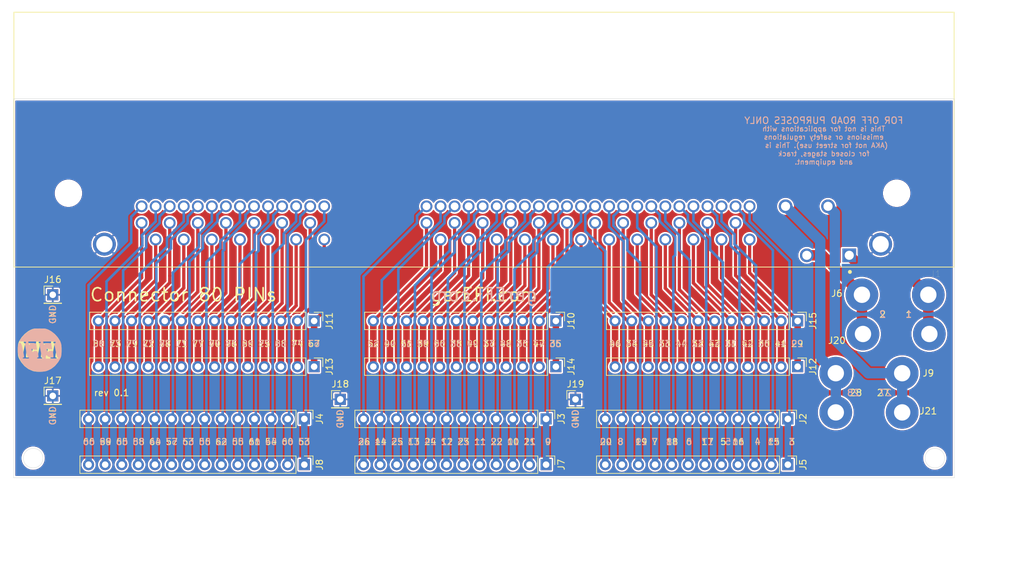
<source format=kicad_pcb>
(kicad_pcb (version 20171130) (host pcbnew "(5.1.7)-1")
  (layers (0 F.Cu signal) (31 B.Cu signal) (34 B.Paste user) (35 F.Paste user) (36 B.SilkS user) (37 F.SilkS user) (38 B.Mask user) (39 F.Mask user) (44 Edge.Cuts user))
  (net 0 "")
  (net 1 "Net-(J1-Pad59)")
  (net 2 "Net-(J1-Pad58)")
  (net 3 "Net-(J1-Pad57)")
  (net 4 "Net-(J1-Pad56)")
  (net 5 "Net-(J1-Pad55)")
  (net 6 "Net-(J1-Pad54)")
  (net 7 "Net-(J1-Pad53)")
  (net 8 "Net-(J1-Pad14)")
  (net 9 "Net-(J1-Pad13)")
  (net 10 "Net-(J1-Pad12)")
  (net 11 "Net-(J1-Pad11)")
  (net 12 "Net-(J1-Pad10)")
  (net 13 "Net-(J1-Pad9)")
  (net 14 "Net-(J1-Pad8)")
  (net 15 "Net-(J1-Pad7)")
  (net 16 "Net-(J1-Pad6)")
  (net 17 "Net-(J1-Pad5)")
  (net 18 "Net-(J1-Pad4)")
  (net 19 "Net-(J1-Pad3)")
  (net 20 "Net-(J1-Pad66)")
  (net 21 "Net-(J1-Pad65)")
  (net 22 "Net-(J1-Pad64)")
  (net 23 "Net-(J1-Pad63)")
  (net 24 "Net-(J1-Pad62)")
  (net 25 "Net-(J1-Pad61)")
  (net 26 "Net-(J1-Pad60)")
  (net 27 "Net-(J1-Pad26)")
  (net 28 "Net-(J1-Pad25)")
  (net 29 "Net-(J1-Pad24)")
  (net 30 "Net-(J1-Pad23)")
  (net 31 "Net-(J1-Pad22)")
  (net 32 "Net-(J1-Pad21)")
  (net 33 "Net-(J1-Pad20)")
  (net 34 "Net-(J1-Pad19)")
  (net 35 "Net-(J1-Pad18)")
  (net 36 "Net-(J1-Pad17)")
  (net 37 "Net-(J1-Pad16)")
  (net 38 "Net-(J1-Pad15)")
  (net 39 "Net-(J1-Pad80)")
  (net 40 "Net-(J1-Pad73)")
  (net 41 "Net-(J1-Pad79)")
  (net 42 "Net-(J1-Pad72)")
  (net 43 "Net-(J1-Pad78)")
  (net 44 "Net-(J1-Pad71)")
  (net 45 "Net-(J1-Pad77)")
  (net 46 "Net-(J1-Pad70)")
  (net 47 "Net-(J1-Pad76)")
  (net 48 "Net-(J1-Pad69)")
  (net 49 "Net-(J1-Pad75)")
  (net 50 "Net-(J1-Pad68)")
  (net 51 "Net-(J1-Pad74)")
  (net 52 "Net-(J1-Pad67)")
  (net 53 "Net-(J1-Pad52)")
  (net 54 "Net-(J1-Pad40)")
  (net 55 "Net-(J1-Pad51)")
  (net 56 "Net-(J1-Pad39)")
  (net 57 "Net-(J1-Pad50)")
  (net 58 "Net-(J1-Pad38)")
  (net 59 "Net-(J1-Pad49)")
  (net 60 "Net-(J1-Pad37)")
  (net 61 "Net-(J1-Pad48)")
  (net 62 "Net-(J1-Pad36)")
  (net 63 "Net-(J1-Pad47)")
  (net 64 "Net-(J1-Pad35)")
  (net 65 "Net-(J1-Pad46)")
  (net 66 "Net-(J1-Pad34)")
  (net 67 "Net-(J1-Pad45)")
  (net 68 "Net-(J1-Pad33)")
  (net 69 "Net-(J1-Pad44)")
  (net 70 "Net-(J1-Pad32)")
  (net 71 "Net-(J1-Pad43)")
  (net 72 "Net-(J1-Pad31)")
  (net 73 "Net-(J1-Pad42)")
  (net 74 "Net-(J1-Pad30)")
  (net 75 "Net-(J1-Pad41)")
  (net 76 "Net-(J1-Pad29)")
  (net 77 "Net-(J1-Pad1)")
  (net 78 "Net-(J1-Pad2)")
  (net 79 "Net-(J1-Pad27)")
  (net 80 "Net-(J1-Pad28)")
  (net 81 Earth)
  (module gerefi:Off_Road_Disclaimer (layer B.Cu) (at 159 62.5 180)
    (fp_text reference G? hide)
    (fp_text value Disclaimer hide)
    (fp_text user "FOR OFF ROAD PURPOSES ONLY" (at 0 3.175) (layer B.SilkS) (effects (justify mirror)))
    (fp_text user "This is not for applications with" (at 0 1.905) (layer B.SilkS) (effects (font (size 0.762 0.762) (thickness 0.127)) (justify mirror)))
    (fp_text user "emissions or safety regulations" (at 0 0.635) (layer B.SilkS) (effects (font (size 0.762 0.762) (thickness 0.127)) (justify mirror)))
    (fp_text user "(AKA not for street use). This is " (at -0.127 -0.635) (layer B.SilkS) (effects (font (size 0.762 0.762) (thickness 0.127)) (justify mirror)))
    (fp_text user "for closed stages, track" (at 0 -1.905) (layer B.SilkS) (effects (font (size 0.762 0.762) (thickness 0.127)) (justify mirror)))
    (fp_text user "and equipment." (at 0 -3.175) (layer B.SilkS) (effects (font (size 0.762 0.762) (thickness 0.127)) (justify mirror)))
  )
  (module gerefi:LOGO (layer F.Cu) (at 39 94.5)
    (fp_text reference G? hide)
    (fp_text value LOGO hide)
  )
  (module gerefi:LOGO (layer B.Cu) (at 39 94.5 180)
    (fp_text reference G? hide)
    (fp_text value LOGO hide)
  )
  (module Wire_Connections_Bridges:WireConnection_2.50mmDrill (layer F.Cu) (at 171 98 180)
    (fp_text reference J9 (at -4 0) (layer F.SilkS))
    (fp_text value Screw_Terminal_01x02)
    (pad 2 thru_hole circle (at 10.16 0 180) (size 5.00126 5.00126) (drill 2.49936) (layers *.Cu *.Mask) (net 80 "Net-(J1-Pad28)"))
    (pad 1 thru_hole circle (at 0 0 180) (size 5.00126 5.00126) (drill 2.49936) (layers *.Cu *.Mask) (net 79 "Net-(J1-Pad27)"))
  )
  (module gerefi:8-1393476-0 (layer F.Cu) (at 107 75 180)
    (fp_text reference J1 (at -69.100075 -7.810275) (layer F.SilkS) (effects (font (size 1.001961 1.001961) (thickness 0.015))))
    (fp_text value 8-1393476-0)
    (pad 59 thru_hole circle (at 50.25 2.54 180) (size 1.8 1.8) (drill 1.2) (layers *.Cu *.Mask) (net 1 "Net-(J1-Pad59)"))
    (pad 58 thru_hole circle (at 45.95 2.54 180) (size 1.8 1.8) (drill 1.2) (layers *.Cu *.Mask) (net 2 "Net-(J1-Pad58)"))
    (pad 57 thru_hole circle (at 41.65 2.54 180) (size 1.8 1.8) (drill 1.2) (layers *.Cu *.Mask) (net 3 "Net-(J1-Pad57)"))
    (pad 56 thru_hole circle (at 37.35 2.54 180) (size 1.8 1.8) (drill 1.2) (layers *.Cu *.Mask) (net 4 "Net-(J1-Pad56)"))
    (pad 55 thru_hole circle (at 33.05 2.54 180) (size 1.8 1.8) (drill 1.2) (layers *.Cu *.Mask) (net 5 "Net-(J1-Pad55)"))
    (pad 54 thru_hole circle (at 28.75 2.54 180) (size 1.8 1.8) (drill 1.2) (layers *.Cu *.Mask) (net 6 "Net-(J1-Pad54)"))
    (pad 53 thru_hole circle (at 24.45 2.54 180) (size 1.8 1.8) (drill 1.2) (layers *.Cu *.Mask) (net 7 "Net-(J1-Pad53)"))
    (pad 14 thru_hole circle (at 6.65 2.54 180) (size 1.8 1.8) (drill 1.2) (layers *.Cu *.Mask) (net 8 "Net-(J1-Pad14)"))
    (pad 13 thru_hole circle (at 2.35 2.54 180) (size 1.8 1.8) (drill 1.2) (layers *.Cu *.Mask) (net 9 "Net-(J1-Pad13)"))
    (pad 12 thru_hole circle (at -1.95 2.54 180) (size 1.8 1.8) (drill 1.2) (layers *.Cu *.Mask) (net 10 "Net-(J1-Pad12)"))
    (pad 11 thru_hole circle (at -6.25 2.54 180) (size 1.8 1.8) (drill 1.2) (layers *.Cu *.Mask) (net 11 "Net-(J1-Pad11)"))
    (pad 10 thru_hole circle (at -10.55 2.54 180) (size 1.8 1.8) (drill 1.2) (layers *.Cu *.Mask) (net 12 "Net-(J1-Pad10)"))
    (pad 9 thru_hole circle (at -14.85 2.54 180) (size 1.8 1.8) (drill 1.2) (layers *.Cu *.Mask) (net 13 "Net-(J1-Pad9)"))
    (pad 8 thru_hole circle (at -19.15 2.54 180) (size 1.8 1.8) (drill 1.2) (layers *.Cu *.Mask) (net 14 "Net-(J1-Pad8)"))
    (pad 7 thru_hole circle (at -23.45 2.54 180) (size 1.8 1.8) (drill 1.2) (layers *.Cu *.Mask) (net 15 "Net-(J1-Pad7)"))
    (pad 6 thru_hole circle (at -27.75 2.54 180) (size 1.8 1.8) (drill 1.2) (layers *.Cu *.Mask) (net 16 "Net-(J1-Pad6)"))
    (pad 5 thru_hole circle (at -32.05 2.54 180) (size 1.8 1.8) (drill 1.2) (layers *.Cu *.Mask) (net 17 "Net-(J1-Pad5)"))
    (pad 4 thru_hole circle (at -36.35 2.54 180) (size 1.8 1.8) (drill 1.2) (layers *.Cu *.Mask) (net 18 "Net-(J1-Pad4)"))
    (pad 3 thru_hole circle (at -40.65 2.54 180) (size 1.8 1.8) (drill 1.2) (layers *.Cu *.Mask) (net 19 "Net-(J1-Pad3)"))
    (pad 66 thru_hole circle (at 52.4 2.54 180) (size 1.8 1.8) (drill 1.2) (layers *.Cu *.Mask) (net 20 "Net-(J1-Pad66)"))
    (pad 65 thru_hole circle (at 48.1 2.54 180) (size 1.8 1.8) (drill 1.2) (layers *.Cu *.Mask) (net 21 "Net-(J1-Pad65)"))
    (pad 64 thru_hole circle (at 43.8 2.54 180) (size 1.8 1.8) (drill 1.2) (layers *.Cu *.Mask) (net 22 "Net-(J1-Pad64)"))
    (pad 63 thru_hole circle (at 39.5 2.54 180) (size 1.8 1.8) (drill 1.2) (layers *.Cu *.Mask) (net 23 "Net-(J1-Pad63)"))
    (pad 62 thru_hole circle (at 35.2 2.54 180) (size 1.8 1.8) (drill 1.2) (layers *.Cu *.Mask) (net 24 "Net-(J1-Pad62)"))
    (pad 61 thru_hole circle (at 30.9 2.54 180) (size 1.8 1.8) (drill 1.2) (layers *.Cu *.Mask) (net 25 "Net-(J1-Pad61)"))
    (pad 60 thru_hole circle (at 26.6 2.54 180) (size 1.8 1.8) (drill 1.2) (layers *.Cu *.Mask) (net 26 "Net-(J1-Pad60)"))
    (pad 26 thru_hole circle (at 8.8 2.54 180) (size 1.8 1.8) (drill 1.2) (layers *.Cu *.Mask) (net 27 "Net-(J1-Pad26)"))
    (pad 25 thru_hole circle (at 4.5 2.54 180) (size 1.8 1.8) (drill 1.2) (layers *.Cu *.Mask) (net 28 "Net-(J1-Pad25)"))
    (pad 24 thru_hole circle (at 0.2 2.54 180) (size 1.8 1.8) (drill 1.2) (layers *.Cu *.Mask) (net 29 "Net-(J1-Pad24)"))
    (pad 23 thru_hole circle (at -4.1 2.54 180) (size 1.8 1.8) (drill 1.2) (layers *.Cu *.Mask) (net 30 "Net-(J1-Pad23)"))
    (pad 22 thru_hole circle (at -8.4 2.54 180) (size 1.8 1.8) (drill 1.2) (layers *.Cu *.Mask) (net 31 "Net-(J1-Pad22)"))
    (pad 21 thru_hole circle (at -12.7 2.54 180) (size 1.8 1.8) (drill 1.2) (layers *.Cu *.Mask) (net 32 "Net-(J1-Pad21)"))
    (pad 20 thru_hole circle (at -17 2.54 180) (size 1.8 1.8) (drill 1.2) (layers *.Cu *.Mask) (net 33 "Net-(J1-Pad20)"))
    (pad 19 thru_hole circle (at -21.3 2.54 180) (size 1.8 1.8) (drill 1.2) (layers *.Cu *.Mask) (net 34 "Net-(J1-Pad19)"))
    (pad 18 thru_hole circle (at -25.6 2.54 180) (size 1.8 1.8) (drill 1.2) (layers *.Cu *.Mask) (net 35 "Net-(J1-Pad18)"))
    (pad 17 thru_hole circle (at -29.9 2.54 180) (size 1.8 1.8) (drill 1.2) (layers *.Cu *.Mask) (net 36 "Net-(J1-Pad17)"))
    (pad 16 thru_hole circle (at -34.2 2.54 180) (size 1.8 1.8) (drill 1.2) (layers *.Cu *.Mask) (net 37 "Net-(J1-Pad16)"))
    (pad 15 thru_hole circle (at -38.5 2.54 180) (size 1.8 1.8) (drill 1.2) (layers *.Cu *.Mask) (net 38 "Net-(J1-Pad15)"))
    (pad 80 thru_hole circle (at 52.4 0 180) (size 1.8 1.8) (drill 1.2) (layers *.Cu *.Mask) (net 39 "Net-(J1-Pad80)"))
    (pad 73 thru_hole circle (at 50.25 -2.54 180) (size 1.8 1.8) (drill 1.2) (layers *.Cu *.Mask) (net 40 "Net-(J1-Pad73)"))
    (pad 79 thru_hole circle (at 48.1 0 180) (size 1.8 1.8) (drill 1.2) (layers *.Cu *.Mask) (net 41 "Net-(J1-Pad79)"))
    (pad 72 thru_hole circle (at 45.95 -2.54 180) (size 1.8 1.8) (drill 1.2) (layers *.Cu *.Mask) (net 42 "Net-(J1-Pad72)"))
    (pad 78 thru_hole circle (at 43.8 0 180) (size 1.8 1.8) (drill 1.2) (layers *.Cu *.Mask) (net 43 "Net-(J1-Pad78)"))
    (pad 71 thru_hole circle (at 41.65 -2.54 180) (size 1.8 1.8) (drill 1.2) (layers *.Cu *.Mask) (net 44 "Net-(J1-Pad71)"))
    (pad 77 thru_hole circle (at 39.5 0 180) (size 1.8 1.8) (drill 1.2) (layers *.Cu *.Mask) (net 45 "Net-(J1-Pad77)"))
    (pad 70 thru_hole circle (at 37.35 -2.54 180) (size 1.8 1.8) (drill 1.2) (layers *.Cu *.Mask) (net 46 "Net-(J1-Pad70)"))
    (pad 76 thru_hole circle (at 35.2 0 180) (size 1.8 1.8) (drill 1.2) (layers *.Cu *.Mask) (net 47 "Net-(J1-Pad76)"))
    (pad 69 thru_hole circle (at 33.05 -2.54 180) (size 1.8 1.8) (drill 1.2) (layers *.Cu *.Mask) (net 48 "Net-(J1-Pad69)"))
    (pad 75 thru_hole circle (at 30.9 0 180) (size 1.8 1.8) (drill 1.2) (layers *.Cu *.Mask) (net 49 "Net-(J1-Pad75)"))
    (pad 68 thru_hole circle (at 28.75 -2.54 180) (size 1.8 1.8) (drill 1.2) (layers *.Cu *.Mask) (net 50 "Net-(J1-Pad68)"))
    (pad 74 thru_hole circle (at 26.6 0 180) (size 1.8 1.8) (drill 1.2) (layers *.Cu *.Mask) (net 51 "Net-(J1-Pad74)"))
    (pad 67 thru_hole circle (at 24.45 -2.54 180) (size 1.8 1.8) (drill 1.2) (layers *.Cu *.Mask) (net 52 "Net-(J1-Pad67)"))
    (pad 52 thru_hole circle (at 8.8 0 180) (size 1.8 1.8) (drill 1.2) (layers *.Cu *.Mask) (net 53 "Net-(J1-Pad52)"))
    (pad 40 thru_hole circle (at 6.65 -2.54 180) (size 1.8 1.8) (drill 1.2) (layers *.Cu *.Mask) (net 54 "Net-(J1-Pad40)"))
    (pad 51 thru_hole circle (at 4.5 0 180) (size 1.8 1.8) (drill 1.2) (layers *.Cu *.Mask) (net 55 "Net-(J1-Pad51)"))
    (pad 39 thru_hole circle (at 2.35 -2.54 180) (size 1.8 1.8) (drill 1.2) (layers *.Cu *.Mask) (net 56 "Net-(J1-Pad39)"))
    (pad 50 thru_hole circle (at 0.2 0 180) (size 1.8 1.8) (drill 1.2) (layers *.Cu *.Mask) (net 57 "Net-(J1-Pad50)"))
    (pad 38 thru_hole circle (at -1.95 -2.54 180) (size 1.8 1.8) (drill 1.2) (layers *.Cu *.Mask) (net 58 "Net-(J1-Pad38)"))
    (pad 49 thru_hole circle (at -4.1 0 180) (size 1.8 1.8) (drill 1.2) (layers *.Cu *.Mask) (net 59 "Net-(J1-Pad49)"))
    (pad 37 thru_hole circle (at -6.25 -2.54 180) (size 1.8 1.8) (drill 1.2) (layers *.Cu *.Mask) (net 60 "Net-(J1-Pad37)"))
    (pad 48 thru_hole circle (at -8.4 0 180) (size 1.8 1.8) (drill 1.2) (layers *.Cu *.Mask) (net 61 "Net-(J1-Pad48)"))
    (pad 36 thru_hole circle (at -10.55 -2.54 180) (size 1.8 1.8) (drill 1.2) (layers *.Cu *.Mask) (net 62 "Net-(J1-Pad36)"))
    (pad 47 thru_hole circle (at -12.7 0 180) (size 1.8 1.8) (drill 1.2) (layers *.Cu *.Mask) (net 63 "Net-(J1-Pad47)"))
    (pad 35 thru_hole circle (at -14.85 -2.54 180) (size 1.8 1.8) (drill 1.2) (layers *.Cu *.Mask) (net 64 "Net-(J1-Pad35)"))
    (pad 46 thru_hole circle (at -17 0 180) (size 1.8 1.8) (drill 1.2) (layers *.Cu *.Mask) (net 65 "Net-(J1-Pad46)"))
    (pad 34 thru_hole circle (at -19.15 -2.54 180) (size 1.8 1.8) (drill 1.2) (layers *.Cu *.Mask) (net 66 "Net-(J1-Pad34)"))
    (pad 45 thru_hole circle (at -21.3 0 180) (size 1.8 1.8) (drill 1.2) (layers *.Cu *.Mask) (net 67 "Net-(J1-Pad45)"))
    (pad 33 thru_hole circle (at -23.45 -2.54 180) (size 1.8 1.8) (drill 1.2) (layers *.Cu *.Mask) (net 68 "Net-(J1-Pad33)"))
    (pad 44 thru_hole circle (at -25.6 0 180) (size 1.8 1.8) (drill 1.2) (layers *.Cu *.Mask) (net 69 "Net-(J1-Pad44)"))
    (pad 32 thru_hole circle (at -27.75 -2.54 180) (size 1.8 1.8) (drill 1.2) (layers *.Cu *.Mask) (net 70 "Net-(J1-Pad32)"))
    (pad 43 thru_hole circle (at -29.9 0 180) (size 1.8 1.8) (drill 1.2) (layers *.Cu *.Mask) (net 71 "Net-(J1-Pad43)"))
    (pad 31 thru_hole circle (at -32.05 -2.54 180) (size 1.8 1.8) (drill 1.2) (layers *.Cu *.Mask) (net 72 "Net-(J1-Pad31)"))
    (pad 42 thru_hole circle (at -34.2 0 180) (size 1.8 1.8) (drill 1.2) (layers *.Cu *.Mask) (net 73 "Net-(J1-Pad42)"))
    (pad 30 thru_hole circle (at -36.35 -2.54 180) (size 1.8 1.8) (drill 1.2) (layers *.Cu *.Mask) (net 74 "Net-(J1-Pad30)"))
    (pad 41 thru_hole circle (at -38.5 0 180) (size 1.8 1.8) (drill 1.2) (layers *.Cu *.Mask) (net 75 "Net-(J1-Pad41)"))
    (pad 29 thru_hole circle (at -40.65 -2.54 180) (size 1.8 1.8) (drill 1.2) (layers *.Cu *.Mask) (net 76 "Net-(J1-Pad29)"))
    (pad None np_thru_hole circle (at -63.16 4.54 180) (size 3.7 3.7) (drill 3.7) (layers *.Cu *.Mask))
    (pad 81 thru_hole circle (at -60.7 -3.26 180) (size 3.516 3.516) (drill 2.5) (layers *.Cu *.Mask) (net 81 Earth))
    (pad 1 thru_hole rect (at -55.9 -4.96 180) (size 2.1 2.1) (drill 1.4) (layers *.Cu *.Mask) (net 77 "Net-(J1-Pad1)"))
    (pad None np_thru_hole circle (at 63.6 4.54 180) (size 3.7 3.7) (drill 3.7) (layers *.Cu *.Mask))
    (pad 82 thru_hole circle (at 58.1 -3.26 180) (size 3.516 3.516) (drill 2.5) (layers *.Cu *.Mask) (net 81 Earth))
    (pad 2 thru_hole circle (at -49.4 -4.96 180) (size 2.1 2.1) (drill 1.4) (layers *.Cu *.Mask) (net 78 "Net-(J1-Pad2)"))
    (pad 27 thru_hole circle (at -52.65 2.54 180) (size 2.1 2.1) (drill 1.4) (layers *.Cu *.Mask) (net 79 "Net-(J1-Pad27)"))
    (pad 28 thru_hole circle (at -46.15 2.54 180) (size 2.1 2.1) (drill 1.4) (layers *.Cu *.Mask) (net 80 "Net-(J1-Pad28)"))
  )
  (module Pin_Headers:Pin_Header_Straight_1x12_Pitch2.54mm (layer F.Cu) (at 153.5 105 270)
    (fp_text reference J2 (at 0 -2.33 90) (layer F.SilkS))
    (fp_text value Conn_01x12)
    (pad 1 thru_hole rect (at 0 0 270) (size 1.7 1.7) (drill 1) (layers *.Cu *.Mask) (net 19 "Net-(J1-Pad3)"))
    (pad 2 thru_hole oval (at 0 2.54 270) (size 1.7 1.7) (drill 1) (layers *.Cu *.Mask) (net 38 "Net-(J1-Pad15)"))
    (pad 3 thru_hole oval (at 0 5.08 270) (size 1.7 1.7) (drill 1) (layers *.Cu *.Mask) (net 18 "Net-(J1-Pad4)"))
    (pad 4 thru_hole oval (at 0 7.62 270) (size 1.7 1.7) (drill 1) (layers *.Cu *.Mask) (net 37 "Net-(J1-Pad16)"))
    (pad 5 thru_hole oval (at 0 10.16 270) (size 1.7 1.7) (drill 1) (layers *.Cu *.Mask) (net 17 "Net-(J1-Pad5)"))
    (pad 6 thru_hole oval (at 0 12.7 270) (size 1.7 1.7) (drill 1) (layers *.Cu *.Mask) (net 36 "Net-(J1-Pad17)"))
    (pad 7 thru_hole oval (at 0 15.24 270) (size 1.7 1.7) (drill 1) (layers *.Cu *.Mask) (net 16 "Net-(J1-Pad6)"))
    (pad 8 thru_hole oval (at 0 17.78 270) (size 1.7 1.7) (drill 1) (layers *.Cu *.Mask) (net 35 "Net-(J1-Pad18)"))
    (pad 9 thru_hole oval (at 0 20.32 270) (size 1.7 1.7) (drill 1) (layers *.Cu *.Mask) (net 15 "Net-(J1-Pad7)"))
    (pad 10 thru_hole oval (at 0 22.86 270) (size 1.7 1.7) (drill 1) (layers *.Cu *.Mask) (net 34 "Net-(J1-Pad19)"))
    (pad 11 thru_hole oval (at 0 25.4 270) (size 1.7 1.7) (drill 1) (layers *.Cu *.Mask) (net 14 "Net-(J1-Pad8)"))
    (pad 12 thru_hole oval (at 0 27.94 270) (size 1.7 1.7) (drill 1) (layers *.Cu *.Mask) (net 33 "Net-(J1-Pad20)"))
  )
  (module Pin_Headers:Pin_Header_Straight_1x12_Pitch2.54mm (layer F.Cu) (at 116.5 105 270)
    (fp_text reference J3 (at 0 -2.33 90) (layer F.SilkS))
    (fp_text value Conn_01x12)
    (pad 1 thru_hole rect (at 0 0 270) (size 1.7 1.7) (drill 1) (layers *.Cu *.Mask) (net 13 "Net-(J1-Pad9)"))
    (pad 2 thru_hole oval (at 0 2.54 270) (size 1.7 1.7) (drill 1) (layers *.Cu *.Mask) (net 32 "Net-(J1-Pad21)"))
    (pad 3 thru_hole oval (at 0 5.08 270) (size 1.7 1.7) (drill 1) (layers *.Cu *.Mask) (net 12 "Net-(J1-Pad10)"))
    (pad 4 thru_hole oval (at 0 7.62 270) (size 1.7 1.7) (drill 1) (layers *.Cu *.Mask) (net 31 "Net-(J1-Pad22)"))
    (pad 5 thru_hole oval (at 0 10.16 270) (size 1.7 1.7) (drill 1) (layers *.Cu *.Mask) (net 11 "Net-(J1-Pad11)"))
    (pad 6 thru_hole oval (at 0 12.7 270) (size 1.7 1.7) (drill 1) (layers *.Cu *.Mask) (net 30 "Net-(J1-Pad23)"))
    (pad 7 thru_hole oval (at 0 15.24 270) (size 1.7 1.7) (drill 1) (layers *.Cu *.Mask) (net 10 "Net-(J1-Pad12)"))
    (pad 8 thru_hole oval (at 0 17.78 270) (size 1.7 1.7) (drill 1) (layers *.Cu *.Mask) (net 29 "Net-(J1-Pad24)"))
    (pad 9 thru_hole oval (at 0 20.32 270) (size 1.7 1.7) (drill 1) (layers *.Cu *.Mask) (net 9 "Net-(J1-Pad13)"))
    (pad 10 thru_hole oval (at 0 22.86 270) (size 1.7 1.7) (drill 1) (layers *.Cu *.Mask) (net 28 "Net-(J1-Pad25)"))
    (pad 11 thru_hole oval (at 0 25.4 270) (size 1.7 1.7) (drill 1) (layers *.Cu *.Mask) (net 8 "Net-(J1-Pad14)"))
    (pad 12 thru_hole oval (at 0 27.94 270) (size 1.7 1.7) (drill 1) (layers *.Cu *.Mask) (net 27 "Net-(J1-Pad26)"))
  )
  (module Pin_Headers:Pin_Header_Straight_1x14_Pitch2.54mm (layer F.Cu) (at 79.5 105 270)
    (fp_text reference J4 (at 0 -2.33 90) (layer F.SilkS))
    (fp_text value Conn_01x14)
    (pad 1 thru_hole rect (at 0 0 270) (size 1.7 1.7) (drill 1) (layers *.Cu *.Mask) (net 7 "Net-(J1-Pad53)"))
    (pad 2 thru_hole oval (at 0 2.54 270) (size 1.7 1.7) (drill 1) (layers *.Cu *.Mask) (net 26 "Net-(J1-Pad60)"))
    (pad 3 thru_hole oval (at 0 5.08 270) (size 1.7 1.7) (drill 1) (layers *.Cu *.Mask) (net 6 "Net-(J1-Pad54)"))
    (pad 4 thru_hole oval (at 0 7.62 270) (size 1.7 1.7) (drill 1) (layers *.Cu *.Mask) (net 25 "Net-(J1-Pad61)"))
    (pad 5 thru_hole oval (at 0 10.16 270) (size 1.7 1.7) (drill 1) (layers *.Cu *.Mask) (net 5 "Net-(J1-Pad55)"))
    (pad 6 thru_hole oval (at 0 12.7 270) (size 1.7 1.7) (drill 1) (layers *.Cu *.Mask) (net 24 "Net-(J1-Pad62)"))
    (pad 7 thru_hole oval (at 0 15.24 270) (size 1.7 1.7) (drill 1) (layers *.Cu *.Mask) (net 4 "Net-(J1-Pad56)"))
    (pad 8 thru_hole oval (at 0 17.78 270) (size 1.7 1.7) (drill 1) (layers *.Cu *.Mask) (net 23 "Net-(J1-Pad63)"))
    (pad 9 thru_hole oval (at 0 20.32 270) (size 1.7 1.7) (drill 1) (layers *.Cu *.Mask) (net 3 "Net-(J1-Pad57)"))
    (pad 10 thru_hole oval (at 0 22.86 270) (size 1.7 1.7) (drill 1) (layers *.Cu *.Mask) (net 22 "Net-(J1-Pad64)"))
    (pad 11 thru_hole oval (at 0 25.4 270) (size 1.7 1.7) (drill 1) (layers *.Cu *.Mask) (net 2 "Net-(J1-Pad58)"))
    (pad 12 thru_hole oval (at 0 27.94 270) (size 1.7 1.7) (drill 1) (layers *.Cu *.Mask) (net 21 "Net-(J1-Pad65)"))
    (pad 13 thru_hole oval (at 0 30.48 270) (size 1.7 1.7) (drill 1) (layers *.Cu *.Mask) (net 1 "Net-(J1-Pad59)"))
    (pad 14 thru_hole oval (at 0 33.02 270) (size 1.7 1.7) (drill 1) (layers *.Cu *.Mask) (net 20 "Net-(J1-Pad66)"))
  )
  (module Pin_Headers:Pin_Header_Straight_1x12_Pitch2.54mm (layer F.Cu) (at 153.5 112 270)
    (fp_text reference J5 (at 0 -2.33 90) (layer F.SilkS))
    (fp_text value Conn_01x12)
    (pad 12 thru_hole oval (at 0 27.94 270) (size 1.7 1.7) (drill 1) (layers *.Cu *.Mask) (net 33 "Net-(J1-Pad20)"))
    (pad 11 thru_hole oval (at 0 25.4 270) (size 1.7 1.7) (drill 1) (layers *.Cu *.Mask) (net 14 "Net-(J1-Pad8)"))
    (pad 10 thru_hole oval (at 0 22.86 270) (size 1.7 1.7) (drill 1) (layers *.Cu *.Mask) (net 34 "Net-(J1-Pad19)"))
    (pad 9 thru_hole oval (at 0 20.32 270) (size 1.7 1.7) (drill 1) (layers *.Cu *.Mask) (net 15 "Net-(J1-Pad7)"))
    (pad 8 thru_hole oval (at 0 17.78 270) (size 1.7 1.7) (drill 1) (layers *.Cu *.Mask) (net 35 "Net-(J1-Pad18)"))
    (pad 7 thru_hole oval (at 0 15.24 270) (size 1.7 1.7) (drill 1) (layers *.Cu *.Mask) (net 16 "Net-(J1-Pad6)"))
    (pad 6 thru_hole oval (at 0 12.7 270) (size 1.7 1.7) (drill 1) (layers *.Cu *.Mask) (net 36 "Net-(J1-Pad17)"))
    (pad 5 thru_hole oval (at 0 10.16 270) (size 1.7 1.7) (drill 1) (layers *.Cu *.Mask) (net 17 "Net-(J1-Pad5)"))
    (pad 4 thru_hole oval (at 0 7.62 270) (size 1.7 1.7) (drill 1) (layers *.Cu *.Mask) (net 37 "Net-(J1-Pad16)"))
    (pad 3 thru_hole oval (at 0 5.08 270) (size 1.7 1.7) (drill 1) (layers *.Cu *.Mask) (net 18 "Net-(J1-Pad4)"))
    (pad 2 thru_hole oval (at 0 2.54 270) (size 1.7 1.7) (drill 1) (layers *.Cu *.Mask) (net 38 "Net-(J1-Pad15)"))
    (pad 1 thru_hole rect (at 0 0 270) (size 1.7 1.7) (drill 1) (layers *.Cu *.Mask) (net 19 "Net-(J1-Pad3)"))
  )
  (module Wire_Connections_Bridges:WireConnection_2.50mmDrill (layer F.Cu) (at 175 86 180)
    (fp_text reference J6 (at 14 0.2032) (layer F.SilkS))
    (fp_text value Screw_Terminal_01x02)
    (pad 1 thru_hole circle (at 0 0 180) (size 5.00126 5.00126) (drill 2.49936) (layers *.Cu *.Mask) (net 77 "Net-(J1-Pad1)"))
    (pad 2 thru_hole circle (at 10.16 0 180) (size 5.00126 5.00126) (drill 2.49936) (layers *.Cu *.Mask) (net 78 "Net-(J1-Pad2)"))
  )
  (module Pin_Headers:Pin_Header_Straight_1x12_Pitch2.54mm (layer F.Cu) (at 116.5 112 270)
    (fp_text reference J7 (at 0 -2.33 90) (layer F.SilkS))
    (fp_text value Conn_01x12)
    (pad 12 thru_hole oval (at 0 27.94 270) (size 1.7 1.7) (drill 1) (layers *.Cu *.Mask) (net 27 "Net-(J1-Pad26)"))
    (pad 11 thru_hole oval (at 0 25.4 270) (size 1.7 1.7) (drill 1) (layers *.Cu *.Mask) (net 8 "Net-(J1-Pad14)"))
    (pad 10 thru_hole oval (at 0 22.86 270) (size 1.7 1.7) (drill 1) (layers *.Cu *.Mask) (net 28 "Net-(J1-Pad25)"))
    (pad 9 thru_hole oval (at 0 20.32 270) (size 1.7 1.7) (drill 1) (layers *.Cu *.Mask) (net 9 "Net-(J1-Pad13)"))
    (pad 8 thru_hole oval (at 0 17.78 270) (size 1.7 1.7) (drill 1) (layers *.Cu *.Mask) (net 29 "Net-(J1-Pad24)"))
    (pad 7 thru_hole oval (at 0 15.24 270) (size 1.7 1.7) (drill 1) (layers *.Cu *.Mask) (net 10 "Net-(J1-Pad12)"))
    (pad 6 thru_hole oval (at 0 12.7 270) (size 1.7 1.7) (drill 1) (layers *.Cu *.Mask) (net 30 "Net-(J1-Pad23)"))
    (pad 5 thru_hole oval (at 0 10.16 270) (size 1.7 1.7) (drill 1) (layers *.Cu *.Mask) (net 11 "Net-(J1-Pad11)"))
    (pad 4 thru_hole oval (at 0 7.62 270) (size 1.7 1.7) (drill 1) (layers *.Cu *.Mask) (net 31 "Net-(J1-Pad22)"))
    (pad 3 thru_hole oval (at 0 5.08 270) (size 1.7 1.7) (drill 1) (layers *.Cu *.Mask) (net 12 "Net-(J1-Pad10)"))
    (pad 2 thru_hole oval (at 0 2.54 270) (size 1.7 1.7) (drill 1) (layers *.Cu *.Mask) (net 32 "Net-(J1-Pad21)"))
    (pad 1 thru_hole rect (at 0 0 270) (size 1.7 1.7) (drill 1) (layers *.Cu *.Mask) (net 13 "Net-(J1-Pad9)"))
  )
  (module Pin_Headers:Pin_Header_Straight_1x14_Pitch2.54mm (layer F.Cu) (at 79.5 112 270)
    (fp_text reference J8 (at 0 -2.33 90) (layer F.SilkS))
    (fp_text value Conn_01x14)
    (pad 14 thru_hole oval (at 0 33.02 270) (size 1.7 1.7) (drill 1) (layers *.Cu *.Mask) (net 20 "Net-(J1-Pad66)"))
    (pad 13 thru_hole oval (at 0 30.48 270) (size 1.7 1.7) (drill 1) (layers *.Cu *.Mask) (net 1 "Net-(J1-Pad59)"))
    (pad 12 thru_hole oval (at 0 27.94 270) (size 1.7 1.7) (drill 1) (layers *.Cu *.Mask) (net 21 "Net-(J1-Pad65)"))
    (pad 11 thru_hole oval (at 0 25.4 270) (size 1.7 1.7) (drill 1) (layers *.Cu *.Mask) (net 2 "Net-(J1-Pad58)"))
    (pad 10 thru_hole oval (at 0 22.86 270) (size 1.7 1.7) (drill 1) (layers *.Cu *.Mask) (net 22 "Net-(J1-Pad64)"))
    (pad 9 thru_hole oval (at 0 20.32 270) (size 1.7 1.7) (drill 1) (layers *.Cu *.Mask) (net 3 "Net-(J1-Pad57)"))
    (pad 8 thru_hole oval (at 0 17.78 270) (size 1.7 1.7) (drill 1) (layers *.Cu *.Mask) (net 23 "Net-(J1-Pad63)"))
    (pad 7 thru_hole oval (at 0 15.24 270) (size 1.7 1.7) (drill 1) (layers *.Cu *.Mask) (net 4 "Net-(J1-Pad56)"))
    (pad 6 thru_hole oval (at 0 12.7 270) (size 1.7 1.7) (drill 1) (layers *.Cu *.Mask) (net 24 "Net-(J1-Pad62)"))
    (pad 5 thru_hole oval (at 0 10.16 270) (size 1.7 1.7) (drill 1) (layers *.Cu *.Mask) (net 5 "Net-(J1-Pad55)"))
    (pad 4 thru_hole oval (at 0 7.62 270) (size 1.7 1.7) (drill 1) (layers *.Cu *.Mask) (net 25 "Net-(J1-Pad61)"))
    (pad 3 thru_hole oval (at 0 5.08 270) (size 1.7 1.7) (drill 1) (layers *.Cu *.Mask) (net 6 "Net-(J1-Pad54)"))
    (pad 2 thru_hole oval (at 0 2.54 270) (size 1.7 1.7) (drill 1) (layers *.Cu *.Mask) (net 26 "Net-(J1-Pad60)"))
    (pad 1 thru_hole rect (at 0 0 270) (size 1.7 1.7) (drill 1) (layers *.Cu *.Mask) (net 7 "Net-(J1-Pad53)"))
  )
  (module Pin_Headers:Pin_Header_Straight_1x12_Pitch2.54mm (layer F.Cu) (at 118 90 270)
    (fp_text reference J10 (at 0 -2.33 90) (layer F.SilkS))
    (fp_text value Conn_01x12)
    (pad 1 thru_hole rect (at 0 0 270) (size 1.7 1.7) (drill 1) (layers *.Cu *.Mask) (net 64 "Net-(J1-Pad35)"))
    (pad 2 thru_hole oval (at 0 2.54 270) (size 1.7 1.7) (drill 1) (layers *.Cu *.Mask) (net 63 "Net-(J1-Pad47)"))
    (pad 3 thru_hole oval (at 0 5.08 270) (size 1.7 1.7) (drill 1) (layers *.Cu *.Mask) (net 62 "Net-(J1-Pad36)"))
    (pad 4 thru_hole oval (at 0 7.62 270) (size 1.7 1.7) (drill 1) (layers *.Cu *.Mask) (net 61 "Net-(J1-Pad48)"))
    (pad 5 thru_hole oval (at 0 10.16 270) (size 1.7 1.7) (drill 1) (layers *.Cu *.Mask) (net 60 "Net-(J1-Pad37)"))
    (pad 6 thru_hole oval (at 0 12.7 270) (size 1.7 1.7) (drill 1) (layers *.Cu *.Mask) (net 59 "Net-(J1-Pad49)"))
    (pad 7 thru_hole oval (at 0 15.24 270) (size 1.7 1.7) (drill 1) (layers *.Cu *.Mask) (net 58 "Net-(J1-Pad38)"))
    (pad 8 thru_hole oval (at 0 17.78 270) (size 1.7 1.7) (drill 1) (layers *.Cu *.Mask) (net 57 "Net-(J1-Pad50)"))
    (pad 9 thru_hole oval (at 0 20.32 270) (size 1.7 1.7) (drill 1) (layers *.Cu *.Mask) (net 56 "Net-(J1-Pad39)"))
    (pad 10 thru_hole oval (at 0 22.86 270) (size 1.7 1.7) (drill 1) (layers *.Cu *.Mask) (net 55 "Net-(J1-Pad51)"))
    (pad 11 thru_hole oval (at 0 25.4 270) (size 1.7 1.7) (drill 1) (layers *.Cu *.Mask) (net 54 "Net-(J1-Pad40)"))
    (pad 12 thru_hole oval (at 0 27.94 270) (size 1.7 1.7) (drill 1) (layers *.Cu *.Mask) (net 53 "Net-(J1-Pad52)"))
  )
  (module Pin_Headers:Pin_Header_Straight_1x14_Pitch2.54mm (layer F.Cu) (at 81 90 270)
    (fp_text reference J11 (at 0 -2.33 90) (layer F.SilkS))
    (fp_text value Conn_01x14)
    (pad 14 thru_hole oval (at 0 33.02 270) (size 1.7 1.7) (drill 1) (layers *.Cu *.Mask) (net 39 "Net-(J1-Pad80)"))
    (pad 13 thru_hole oval (at 0 30.48 270) (size 1.7 1.7) (drill 1) (layers *.Cu *.Mask) (net 40 "Net-(J1-Pad73)"))
    (pad 12 thru_hole oval (at 0 27.94 270) (size 1.7 1.7) (drill 1) (layers *.Cu *.Mask) (net 41 "Net-(J1-Pad79)"))
    (pad 11 thru_hole oval (at 0 25.4 270) (size 1.7 1.7) (drill 1) (layers *.Cu *.Mask) (net 42 "Net-(J1-Pad72)"))
    (pad 10 thru_hole oval (at 0 22.86 270) (size 1.7 1.7) (drill 1) (layers *.Cu *.Mask) (net 43 "Net-(J1-Pad78)"))
    (pad 9 thru_hole oval (at 0 20.32 270) (size 1.7 1.7) (drill 1) (layers *.Cu *.Mask) (net 44 "Net-(J1-Pad71)"))
    (pad 8 thru_hole oval (at 0 17.78 270) (size 1.7 1.7) (drill 1) (layers *.Cu *.Mask) (net 45 "Net-(J1-Pad77)"))
    (pad 7 thru_hole oval (at 0 15.24 270) (size 1.7 1.7) (drill 1) (layers *.Cu *.Mask) (net 46 "Net-(J1-Pad70)"))
    (pad 6 thru_hole oval (at 0 12.7 270) (size 1.7 1.7) (drill 1) (layers *.Cu *.Mask) (net 47 "Net-(J1-Pad76)"))
    (pad 5 thru_hole oval (at 0 10.16 270) (size 1.7 1.7) (drill 1) (layers *.Cu *.Mask) (net 48 "Net-(J1-Pad69)"))
    (pad 4 thru_hole oval (at 0 7.62 270) (size 1.7 1.7) (drill 1) (layers *.Cu *.Mask) (net 49 "Net-(J1-Pad75)"))
    (pad 3 thru_hole oval (at 0 5.08 270) (size 1.7 1.7) (drill 1) (layers *.Cu *.Mask) (net 50 "Net-(J1-Pad68)"))
    (pad 2 thru_hole oval (at 0 2.54 270) (size 1.7 1.7) (drill 1) (layers *.Cu *.Mask) (net 51 "Net-(J1-Pad74)"))
    (pad 1 thru_hole rect (at 0 0 270) (size 1.7 1.7) (drill 1) (layers *.Cu *.Mask) (net 52 "Net-(J1-Pad67)"))
  )
  (module Pin_Headers:Pin_Header_Straight_1x12_Pitch2.54mm (layer F.Cu) (at 155 97 270)
    (fp_text reference J12 (at 0 -2.33 90) (layer F.SilkS))
    (fp_text value Conn_01x12)
    (pad 12 thru_hole oval (at 0 27.94 270) (size 1.7 1.7) (drill 1) (layers *.Cu *.Mask) (net 65 "Net-(J1-Pad46)"))
    (pad 11 thru_hole oval (at 0 25.4 270) (size 1.7 1.7) (drill 1) (layers *.Cu *.Mask) (net 66 "Net-(J1-Pad34)"))
    (pad 10 thru_hole oval (at 0 22.86 270) (size 1.7 1.7) (drill 1) (layers *.Cu *.Mask) (net 67 "Net-(J1-Pad45)"))
    (pad 9 thru_hole oval (at 0 20.32 270) (size 1.7 1.7) (drill 1) (layers *.Cu *.Mask) (net 68 "Net-(J1-Pad33)"))
    (pad 8 thru_hole oval (at 0 17.78 270) (size 1.7 1.7) (drill 1) (layers *.Cu *.Mask) (net 69 "Net-(J1-Pad44)"))
    (pad 7 thru_hole oval (at 0 15.24 270) (size 1.7 1.7) (drill 1) (layers *.Cu *.Mask) (net 70 "Net-(J1-Pad32)"))
    (pad 6 thru_hole oval (at 0 12.7 270) (size 1.7 1.7) (drill 1) (layers *.Cu *.Mask) (net 71 "Net-(J1-Pad43)"))
    (pad 5 thru_hole oval (at 0 10.16 270) (size 1.7 1.7) (drill 1) (layers *.Cu *.Mask) (net 72 "Net-(J1-Pad31)"))
    (pad 4 thru_hole oval (at 0 7.62 270) (size 1.7 1.7) (drill 1) (layers *.Cu *.Mask) (net 73 "Net-(J1-Pad42)"))
    (pad 3 thru_hole oval (at 0 5.08 270) (size 1.7 1.7) (drill 1) (layers *.Cu *.Mask) (net 74 "Net-(J1-Pad30)"))
    (pad 2 thru_hole oval (at 0 2.54 270) (size 1.7 1.7) (drill 1) (layers *.Cu *.Mask) (net 75 "Net-(J1-Pad41)"))
    (pad 1 thru_hole rect (at 0 0 270) (size 1.7 1.7) (drill 1) (layers *.Cu *.Mask) (net 76 "Net-(J1-Pad29)"))
  )
  (module Pin_Headers:Pin_Header_Straight_1x14_Pitch2.54mm (layer F.Cu) (at 81 97 270)
    (fp_text reference J13 (at 0 -2.33 90) (layer F.SilkS))
    (fp_text value Conn_01x14)
    (pad 1 thru_hole rect (at 0 0 270) (size 1.7 1.7) (drill 1) (layers *.Cu *.Mask) (net 52 "Net-(J1-Pad67)"))
    (pad 2 thru_hole oval (at 0 2.54 270) (size 1.7 1.7) (drill 1) (layers *.Cu *.Mask) (net 51 "Net-(J1-Pad74)"))
    (pad 3 thru_hole oval (at 0 5.08 270) (size 1.7 1.7) (drill 1) (layers *.Cu *.Mask) (net 50 "Net-(J1-Pad68)"))
    (pad 4 thru_hole oval (at 0 7.62 270) (size 1.7 1.7) (drill 1) (layers *.Cu *.Mask) (net 49 "Net-(J1-Pad75)"))
    (pad 5 thru_hole oval (at 0 10.16 270) (size 1.7 1.7) (drill 1) (layers *.Cu *.Mask) (net 48 "Net-(J1-Pad69)"))
    (pad 6 thru_hole oval (at 0 12.7 270) (size 1.7 1.7) (drill 1) (layers *.Cu *.Mask) (net 47 "Net-(J1-Pad76)"))
    (pad 7 thru_hole oval (at 0 15.24 270) (size 1.7 1.7) (drill 1) (layers *.Cu *.Mask) (net 46 "Net-(J1-Pad70)"))
    (pad 8 thru_hole oval (at 0 17.78 270) (size 1.7 1.7) (drill 1) (layers *.Cu *.Mask) (net 45 "Net-(J1-Pad77)"))
    (pad 9 thru_hole oval (at 0 20.32 270) (size 1.7 1.7) (drill 1) (layers *.Cu *.Mask) (net 44 "Net-(J1-Pad71)"))
    (pad 10 thru_hole oval (at 0 22.86 270) (size 1.7 1.7) (drill 1) (layers *.Cu *.Mask) (net 43 "Net-(J1-Pad78)"))
    (pad 11 thru_hole oval (at 0 25.4 270) (size 1.7 1.7) (drill 1) (layers *.Cu *.Mask) (net 42 "Net-(J1-Pad72)"))
    (pad 12 thru_hole oval (at 0 27.94 270) (size 1.7 1.7) (drill 1) (layers *.Cu *.Mask) (net 41 "Net-(J1-Pad79)"))
    (pad 13 thru_hole oval (at 0 30.48 270) (size 1.7 1.7) (drill 1) (layers *.Cu *.Mask) (net 40 "Net-(J1-Pad73)"))
    (pad 14 thru_hole oval (at 0 33.02 270) (size 1.7 1.7) (drill 1) (layers *.Cu *.Mask) (net 39 "Net-(J1-Pad80)"))
  )
  (module Pin_Headers:Pin_Header_Straight_1x12_Pitch2.54mm (layer F.Cu) (at 118 97 270)
    (fp_text reference J14 (at 0 -2.33 90) (layer F.SilkS))
    (fp_text value Conn_01x12)
    (pad 1 thru_hole rect (at 0 0 270) (size 1.7 1.7) (drill 1) (layers *.Cu *.Mask) (net 64 "Net-(J1-Pad35)"))
    (pad 2 thru_hole oval (at 0 2.54 270) (size 1.7 1.7) (drill 1) (layers *.Cu *.Mask) (net 63 "Net-(J1-Pad47)"))
    (pad 3 thru_hole oval (at 0 5.08 270) (size 1.7 1.7) (drill 1) (layers *.Cu *.Mask) (net 62 "Net-(J1-Pad36)"))
    (pad 4 thru_hole oval (at 0 7.62 270) (size 1.7 1.7) (drill 1) (layers *.Cu *.Mask) (net 61 "Net-(J1-Pad48)"))
    (pad 5 thru_hole oval (at 0 10.16 270) (size 1.7 1.7) (drill 1) (layers *.Cu *.Mask) (net 60 "Net-(J1-Pad37)"))
    (pad 6 thru_hole oval (at 0 12.7 270) (size 1.7 1.7) (drill 1) (layers *.Cu *.Mask) (net 59 "Net-(J1-Pad49)"))
    (pad 7 thru_hole oval (at 0 15.24 270) (size 1.7 1.7) (drill 1) (layers *.Cu *.Mask) (net 58 "Net-(J1-Pad38)"))
    (pad 8 thru_hole oval (at 0 17.78 270) (size 1.7 1.7) (drill 1) (layers *.Cu *.Mask) (net 57 "Net-(J1-Pad50)"))
    (pad 9 thru_hole oval (at 0 20.32 270) (size 1.7 1.7) (drill 1) (layers *.Cu *.Mask) (net 56 "Net-(J1-Pad39)"))
    (pad 10 thru_hole oval (at 0 22.86 270) (size 1.7 1.7) (drill 1) (layers *.Cu *.Mask) (net 55 "Net-(J1-Pad51)"))
    (pad 11 thru_hole oval (at 0 25.4 270) (size 1.7 1.7) (drill 1) (layers *.Cu *.Mask) (net 54 "Net-(J1-Pad40)"))
    (pad 12 thru_hole oval (at 0 27.94 270) (size 1.7 1.7) (drill 1) (layers *.Cu *.Mask) (net 53 "Net-(J1-Pad52)"))
  )
  (module Pin_Headers:Pin_Header_Straight_1x12_Pitch2.54mm (layer F.Cu) (at 155 90 270)
    (fp_text reference J15 (at 0 -2.33 90) (layer F.SilkS))
    (fp_text value Conn_01x12)
    (pad 12 thru_hole oval (at 0 27.94 270) (size 1.7 1.7) (drill 1) (layers *.Cu *.Mask) (net 65 "Net-(J1-Pad46)"))
    (pad 11 thru_hole oval (at 0 25.4 270) (size 1.7 1.7) (drill 1) (layers *.Cu *.Mask) (net 66 "Net-(J1-Pad34)"))
    (pad 10 thru_hole oval (at 0 22.86 270) (size 1.7 1.7) (drill 1) (layers *.Cu *.Mask) (net 67 "Net-(J1-Pad45)"))
    (pad 9 thru_hole oval (at 0 20.32 270) (size 1.7 1.7) (drill 1) (layers *.Cu *.Mask) (net 68 "Net-(J1-Pad33)"))
    (pad 8 thru_hole oval (at 0 17.78 270) (size 1.7 1.7) (drill 1) (layers *.Cu *.Mask) (net 69 "Net-(J1-Pad44)"))
    (pad 7 thru_hole oval (at 0 15.24 270) (size 1.7 1.7) (drill 1) (layers *.Cu *.Mask) (net 70 "Net-(J1-Pad32)"))
    (pad 6 thru_hole oval (at 0 12.7 270) (size 1.7 1.7) (drill 1) (layers *.Cu *.Mask) (net 71 "Net-(J1-Pad43)"))
    (pad 5 thru_hole oval (at 0 10.16 270) (size 1.7 1.7) (drill 1) (layers *.Cu *.Mask) (net 72 "Net-(J1-Pad31)"))
    (pad 4 thru_hole oval (at 0 7.62 270) (size 1.7 1.7) (drill 1) (layers *.Cu *.Mask) (net 73 "Net-(J1-Pad42)"))
    (pad 3 thru_hole oval (at 0 5.08 270) (size 1.7 1.7) (drill 1) (layers *.Cu *.Mask) (net 74 "Net-(J1-Pad30)"))
    (pad 2 thru_hole oval (at 0 2.54 270) (size 1.7 1.7) (drill 1) (layers *.Cu *.Mask) (net 75 "Net-(J1-Pad41)"))
    (pad 1 thru_hole rect (at 0 0 270) (size 1.7 1.7) (drill 1) (layers *.Cu *.Mask) (net 76 "Net-(J1-Pad29)"))
  )
  (module Pin_Headers:Pin_Header_Straight_1x01_Pitch2.54mm (layer F.Cu) (at 41 86)
    (fp_text reference J16 (at 0 -2.33) (layer F.SilkS))
    (fp_text value Conn_01x01)
    (pad 1 thru_hole rect (at 0 0) (size 1.7 1.7) (drill 1) (layers *.Cu *.Mask) (net 81 Earth))
  )
  (module Pin_Headers:Pin_Header_Straight_1x01_Pitch2.54mm (layer F.Cu) (at 41 101.475001)
    (fp_text reference J17 (at 0 -2.33) (layer F.SilkS))
    (fp_text value Conn_01x01)
    (pad 1 thru_hole rect (at 0 0) (size 1.7 1.7) (drill 1) (layers *.Cu *.Mask) (net 81 Earth))
  )
  (module Pin_Headers:Pin_Header_Straight_1x01_Pitch2.54mm (layer F.Cu) (at 85 102)
    (fp_text reference J18 (at 0 -2.33) (layer F.SilkS))
    (fp_text value Conn_01x01)
    (pad 1 thru_hole rect (at 0 0) (size 1.7 1.7) (drill 1) (layers *.Cu *.Mask) (net 81 Earth))
  )
  (module Pin_Headers:Pin_Header_Straight_1x01_Pitch2.54mm (layer F.Cu) (at 121 102)
    (fp_text reference J19 (at 0 -2.33) (layer F.SilkS))
    (fp_text value Conn_01x01)
    (pad 1 thru_hole rect (at 0 0) (size 1.7 1.7) (drill 1) (layers *.Cu *.Mask) (net 81 Earth))
  )
  (module Wire_Connections_Bridges:WireConnection_2.50mmDrill (layer F.Cu) (at 175.16 92 180)
    (fp_text reference J20 (at 14.16 -1) (layer F.SilkS))
    (fp_text value Screw_Terminal_01x02)
    (pad 1 thru_hole circle (at 0 0 180) (size 5.00126 5.00126) (drill 2.49936) (layers *.Cu *.Mask) (net 77 "Net-(J1-Pad1)"))
    (pad 2 thru_hole circle (at 10.16 0 180) (size 5.00126 5.00126) (drill 2.49936) (layers *.Cu *.Mask) (net 78 "Net-(J1-Pad2)"))
  )
  (module Wire_Connections_Bridges:WireConnection_2.50mmDrill (layer F.Cu) (at 171 104 180)
    (fp_text reference J21 (at -4 0.2032) (layer F.SilkS))
    (fp_text value Screw_Terminal_01x02)
    (pad 2 thru_hole circle (at 10.16 0 180) (size 5.00126 5.00126) (drill 2.49936) (layers *.Cu *.Mask) (net 80 "Net-(J1-Pad28)"))
    (pad 1 thru_hole circle (at 0 0 180) (size 5.00126 5.00126) (drill 2.49936) (layers *.Cu *.Mask) (net 79 "Net-(J1-Pad27)"))
  )
  (gr_text "rev 0.1" (at 50 101) (layer F.SilkS) (effects (font (size 1 1))))
  (gr_text gerEFI.com (at 107 86) (layer B.SilkS) (effects (font (size 2 2) (thickness 0.25)) (justify mirror)))
  (gr_text gerEFI.com (at 107 86) (layer F.SilkS) (effects (font (size 2 2) (thickness 0.25))))
  (gr_text "Connector 80 PINs" (at 61 86) (layer F.SilkS) (effects (font (size 2 2) (thickness 0.25))))
  (gr_text GND (at 121 105 90) (layer B.SilkS) (effects (font (size 0.95 0.95)) (justify mirror)))
  (gr_text GND (at 85 105 90) (layer B.SilkS) (effects (font (size 0.95 0.95)) (justify mirror)))
  (gr_text GND (at 41 104.5 90) (layer B.SilkS) (effects (font (size 0.95 0.95)) (justify mirror)))
  (gr_text GND (at 41 89 90) (layer B.SilkS) (effects (font (size 0.95 0.95)) (justify mirror)))
  (gr_text GND (at 121 105 90) (layer F.SilkS) (effects (font (size 0.95 0.95))))
  (gr_text GND (at 85 105 90) (layer F.SilkS) (effects (font (size 0.95 0.95))))
  (gr_text GND (at 41 104.5 90) (layer F.SilkS) (effects (font (size 0.95 0.95))))
  (gr_text GND (at 41 89 90) (layer F.SilkS) (effects (font (size 0.95 0.95))))
  (gr_text "3      4     5       6      7      8" (at 141 108.5) (layer B.SilkS) (effects (font (size 0.95 0.95)) (justify mirror)))
  (gr_text "15     16    17     18    19     20" (at 138.5 108.5) (layer B.SilkS) (effects (font (size 0.95 0.95)) (justify mirror)))
  (gr_text "9  21 10 22 11 23 12 24 13 25 14 26" (at 102.5 108.5) (layer B.SilkS) (effects (font (size 0.95 0.95)) (justify mirror)))
  (gr_text "53 60 54 61 55 62 56 63 57 64 58 65 59 66" (at 63 108.5) (layer B.SilkS) (effects (font (size 0.95 0.95)) (justify mirror)))
  (gr_text "67 74 68 75 69 76 70 77 71 78 72 79 73 80" (at 64.5 93.5) (layer B.SilkS) (effects (font (size 0.95 0.95)) (justify mirror)))
  (gr_text "35 47 36 48 37 49 38 50 39 51 40 52" (at 104 93.5) (layer B.SilkS) (effects (font (size 0.95 0.95)) (justify mirror)))
  (gr_text "8      7      6      5      4      3" (at 141 108.5) (layer F.SilkS) (effects (font (size 0.95 0.95))))
  (gr_text "20     19    18     17    16     15" (at 138.5 108.5) (layer F.SilkS) (effects (font (size 0.95 0.95))))
  (gr_text "26 14 25 13 24 12 23 11 22 10 21  9" (at 102.5 108.5) (layer F.SilkS) (effects (font (size 0.95 0.95))))
  (gr_text "66 59 65 58 64 57 63 56 62 55 61 54 60 53" (at 63 108.5) (layer F.SilkS) (effects (font (size 0.95 0.95))))
  (gr_text "80 73 79 72 78 71 77 70 76 69 75 68 74 67" (at 64.5 93.5) (layer F.SilkS) (effects (font (size 0.95 0.95))))
  (gr_text "52 40 51 39 50 38 49 37 48 36 47 35" (at 104 93.5) (layer F.SilkS) (effects (font (size 0.95 0.95))))
  (gr_text "29 41 30 42 31 43 32 44 33 45 34 46" (at 141 93.5) (layer B.SilkS) (effects (font (size 0.95 0.95)) (justify mirror)))
  (gr_text "46 34 45 33 44 32 43 31 42 30 41 29" (at 141 93.5) (layer F.SilkS) (effects (font (size 0.95 0.95))))
  (gr_text "28   27" (at 166 101) (layer F.SilkS) (effects (font (size 1 1))))
  (gr_text "27    28" (at 166 101) (layer B.SilkS) (effects (font (size 1 1)) (justify mirror)))
  (gr_text "1    2" (at 170 89) (layer B.SilkS) (effects (font (size 1 1)) (justify mirror)))
  (gr_text "2    1" (at 170 89) (layer F.SilkS) (effects (font (size 1 1))))
  (gr_circle (center 38 111) (end 39.5 111) (layer Edge.Cuts) (width 0.05))
  (gr_circle (center 176 111) (end 177.5 111) (layer Edge.Cuts) (width 0.05))
  (gr_line (start 179 114) (end 35 114) (layer Edge.Cuts) (width 0.05))
  (gr_line (start 35 56) (end 35 114) (layer Edge.Cuts) (width 0.05))
  (gr_line (start 179 56) (end 179 114) (layer Edge.Cuts) (width 0.05))
  (gr_line (start 35 56) (end 179 56) (layer Edge.Cuts) (width 0.05))
  (segment (start 49.02 112) (end 49.02 105) (width 1) (layer B.Cu) (net 1))
  (segment (start 49.230001 104.789999) (end 49.02 105) (width 0.4) (layer B.Cu) (net 1))
  (segment (start 54.711262 77.211262) (end 54.711262 78.480198) (width 0.4) (layer B.Cu) (net 1))
  (segment (start 54.637001 77.137001) (end 54.711262 77.211262) (width 0.4) (layer B.Cu) (net 1))
  (segment (start 54.711262 78.480198) (end 49.230001 83.961459) (width 0.4) (layer B.Cu) (net 1))
  (segment (start 54.637001 76.887001) (end 54.637001 77.137001) (width 0.4) (layer B.Cu) (net 1))
  (segment (start 49.230001 83.961459) (end 49.230001 104.789999) (width 0.4) (layer B.Cu) (net 1))
  (segment (start 56.75 74.774002) (end 54.637001 76.887001) (width 0.4) (layer B.Cu) (net 1))
  (segment (start 56.75 72.46) (end 56.75 74.774002) (width 0.4) (layer B.Cu) (net 1))
  (segment (start 54.1 105) (end 54.1 112) (width 1) (layer B.Cu) (net 2))
  (segment (start 54.310001 104.789999) (end 54.1 105) (width 0.4) (layer B.Cu) (net 2))
  (segment (start 54.310001 82.810001) (end 54.310001 104.789999) (width 0.4) (layer B.Cu) (net 2))
  (segment (start 58.482001 78.638001) (end 54.310001 82.810001) (width 0.4) (layer B.Cu) (net 2))
  (segment (start 58.482001 77.342001) (end 58.482001 78.638001) (width 0.4) (layer B.Cu) (net 2))
  (segment (start 61.05 74.774002) (end 58.482001 77.342001) (width 0.4) (layer B.Cu) (net 2))
  (segment (start 61.05 72.46) (end 61.05 74.774002) (width 0.4) (layer B.Cu) (net 2))
  (segment (start 59.18 105) (end 59.18 112) (width 1) (layer B.Cu) (net 3))
  (segment (start 63.374002 76.75) (end 65.35 74.774002) (width 0.4) (layer B.Cu) (net 3))
  (segment (start 65.35 74.774002) (end 65.35 72.46) (width 0.4) (layer B.Cu) (net 3))
  (segment (start 63.374002 78.624002) (end 63.374002 76.75) (width 0.4) (layer B.Cu) (net 3))
  (segment (start 59.390001 82.608003) (end 63.374002 78.624002) (width 0.4) (layer B.Cu) (net 3))
  (segment (start 59.390001 104.789999) (end 59.390001 82.608003) (width 0.4) (layer B.Cu) (net 3))
  (segment (start 59.18 105) (end 59.390001 104.789999) (width 0.4) (layer B.Cu) (net 3))
  (segment (start 64.26 105) (end 64.26 112) (width 1) (layer B.Cu) (net 4))
  (segment (start 69.65 74.774002) (end 69.65 72.46) (width 0.4) (layer B.Cu) (net 4))
  (segment (start 66.650001 77.774001) (end 69.65 74.774002) (width 0.4) (layer B.Cu) (net 4))
  (segment (start 64.509999 80.990001) (end 66.650001 78.849999) (width 0.4) (layer B.Cu) (net 4))
  (segment (start 64.509999 104.750001) (end 64.509999 80.990001) (width 0.4) (layer B.Cu) (net 4))
  (segment (start 66.650001 78.849999) (end 66.650001 77.774001) (width 0.4) (layer B.Cu) (net 4))
  (segment (start 64.26 105) (end 64.509999 104.750001) (width 0.4) (layer B.Cu) (net 4))
  (segment (start 69.34 105) (end 69.34 112) (width 1) (layer B.Cu) (net 5))
  (segment (start 73.95 74.774002) (end 73.95 72.46) (width 0.4) (layer B.Cu) (net 5))
  (segment (start 71.89999 79.001468) (end 71.89999 76.824012) (width 0.4) (layer B.Cu) (net 5))
  (segment (start 69.589999 81.311459) (end 71.89999 79.001468) (width 0.4) (layer B.Cu) (net 5))
  (segment (start 69.589999 104.750001) (end 69.589999 81.311459) (width 0.4) (layer B.Cu) (net 5))
  (segment (start 71.89999 76.824012) (end 73.95 74.774002) (width 0.4) (layer B.Cu) (net 5))
  (segment (start 69.34 105) (end 69.589999 104.750001) (width 0.4) (layer B.Cu) (net 5))
  (segment (start 74.42 105) (end 74.42 112) (width 1) (layer B.Cu) (net 6))
  (segment (start 76.724001 76.300001) (end 78.25 74.774002) (width 0.4) (layer B.Cu) (net 6))
  (segment (start 76.699999 76.300001) (end 76.724001 76.300001) (width 0.4) (layer B.Cu) (net 6))
  (segment (start 76.349989 76.650011) (end 76.699999 76.300001) (width 0.4) (layer B.Cu) (net 6))
  (segment (start 76.349989 78.150011) (end 76.349989 76.650011) (width 0.4) (layer B.Cu) (net 6))
  (segment (start 78.25 74.774002) (end 78.25 72.46) (width 0.4) (layer B.Cu) (net 6))
  (segment (start 74.669999 79.830001) (end 76.349989 78.150011) (width 0.4) (layer B.Cu) (net 6))
  (segment (start 74.669999 104.750001) (end 74.669999 79.830001) (width 0.4) (layer B.Cu) (net 6))
  (segment (start 74.42 105) (end 74.669999 104.750001) (width 0.4) (layer B.Cu) (net 6))
  (segment (start 79.5 105) (end 79.5 112) (width 1) (layer B.Cu) (net 7))
  (segment (start 79.749999 77.574003) (end 79.749999 104.750001) (width 0.4) (layer B.Cu) (net 7))
  (segment (start 79.749999 104.750001) (end 79.5 105) (width 0.4) (layer B.Cu) (net 7))
  (segment (start 82.55 74.774002) (end 79.749999 77.574003) (width 0.4) (layer B.Cu) (net 7))
  (segment (start 82.55 72.46) (end 82.55 74.774002) (width 0.4) (layer B.Cu) (net 7))
  (segment (start 91.1 112) (end 91.1 105) (width 1) (layer B.Cu) (net 8))
  (segment (start 91.349999 104.750001) (end 91.1 105) (width 0.4) (layer B.Cu) (net 8))
  (segment (start 91.349999 83.774003) (end 91.349999 104.750001) (width 0.4) (layer B.Cu) (net 8))
  (segment (start 100.35 74.774002) (end 91.349999 83.774003) (width 0.4) (layer B.Cu) (net 8))
  (segment (start 100.35 72.46) (end 100.35 74.774002) (width 0.4) (layer B.Cu) (net 8))
  (segment (start 96.18 112) (end 96.18 105) (width 1) (layer B.Cu) (net 9))
  (segment (start 101.75 77.674002) (end 104.65 74.774002) (width 0.4) (layer B.Cu) (net 9))
  (segment (start 101.75 79.25) (end 101.75 77.674002) (width 0.4) (layer B.Cu) (net 9))
  (segment (start 96.429999 89.820001) (end 96.429999 84.570001) (width 0.4) (layer B.Cu) (net 9))
  (segment (start 104.65 74.774002) (end 104.65 72.46) (width 0.4) (layer B.Cu) (net 9))
  (segment (start 96.429999 84.570001) (end 101.75 79.25) (width 0.4) (layer B.Cu) (net 9))
  (segment (start 96.390001 89.859999) (end 96.429999 89.820001) (width 0.4) (layer B.Cu) (net 9))
  (segment (start 96.390001 104.789999) (end 96.390001 89.859999) (width 0.4) (layer B.Cu) (net 9))
  (segment (start 96.18 105) (end 96.390001 104.789999) (width 0.4) (layer B.Cu) (net 9))
  (segment (start 101.26 112) (end 101.26 105) (width 1) (layer B.Cu) (net 10))
  (segment (start 101.470001 104.789999) (end 101.470001 83.529999) (width 0.4) (layer B.Cu) (net 10))
  (segment (start 101.26 105) (end 101.470001 104.789999) (width 0.4) (layer B.Cu) (net 10))
  (segment (start 101.470001 83.529999) (end 106 79) (width 0.4) (layer B.Cu) (net 10))
  (segment (start 106 79) (end 106 77.75) (width 0.4) (layer B.Cu) (net 10))
  (segment (start 108.95 74.8) (end 108.95 72.46) (width 0.4) (layer B.Cu) (net 10))
  (segment (start 106 77.75) (end 108.95 74.8) (width 0.4) (layer B.Cu) (net 10))
  (segment (start 106.34 112) (end 106.34 105) (width 1) (layer B.Cu) (net 11))
  (segment (start 106.589999 82.660001) (end 106.589999 104.750001) (width 0.4) (layer B.Cu) (net 11))
  (segment (start 110.250001 78.999999) (end 106.589999 82.660001) (width 0.4) (layer B.Cu) (net 11))
  (segment (start 110.250001 77.750001) (end 110.250001 78.999999) (width 0.4) (layer B.Cu) (net 11))
  (segment (start 106.589999 104.750001) (end 106.34 105) (width 0.4) (layer B.Cu) (net 11))
  (segment (start 111.700001 76.300001) (end 110.250001 77.750001) (width 0.4) (layer B.Cu) (net 11))
  (segment (start 111.724001 76.300001) (end 111.700001 76.300001) (width 0.4) (layer B.Cu) (net 11))
  (segment (start 113.25 74.774002) (end 111.724001 76.300001) (width 0.4) (layer B.Cu) (net 11))
  (segment (start 113.25 72.46) (end 113.25 74.774002) (width 0.4) (layer B.Cu) (net 11))
  (segment (start 111.42 112) (end 111.42 105) (width 1) (layer B.Cu) (net 12))
  (segment (start 117.55 74.7) (end 117.55 72.46) (width 0.4) (layer B.Cu) (net 12))
  (segment (start 114.550001 77.699999) (end 117.55 74.7) (width 0.4) (layer B.Cu) (net 12))
  (segment (start 114.550001 79.199999) (end 114.550001 77.699999) (width 0.4) (layer B.Cu) (net 12))
  (segment (start 111.669999 82.080001) (end 114.550001 79.199999) (width 0.4) (layer B.Cu) (net 12))
  (segment (start 111.669999 104.750001) (end 111.669999 82.080001) (width 0.4) (layer B.Cu) (net 12))
  (segment (start 111.42 105) (end 111.669999 104.750001) (width 0.4) (layer B.Cu) (net 12))
  (segment (start 116.5 105) (end 116.5 112) (width 1) (layer B.Cu) (net 13))
  (segment (start 116.710001 104.789999) (end 116.710001 81.789999) (width 0.4) (layer B.Cu) (net 13))
  (segment (start 116.5 105) (end 116.710001 104.789999) (width 0.4) (layer B.Cu) (net 13))
  (segment (start 121.85 74.774002) (end 121.85 72.46) (width 0.4) (layer B.Cu) (net 13))
  (segment (start 120.324001 76.300001) (end 121.85 74.774002) (width 0.4) (layer B.Cu) (net 13))
  (segment (start 120.324001 78.175999) (end 120.324001 76.300001) (width 0.4) (layer B.Cu) (net 13))
  (segment (start 116.710001 81.789999) (end 120.324001 78.175999) (width 0.4) (layer B.Cu) (net 13))
  (segment (start 128.1 105) (end 128.1 112) (width 1) (layer B.Cu) (net 14))
  (segment (start 128.349999 104.750001) (end 128.1 105) (width 0.4) (layer B.Cu) (net 14))
  (segment (start 128.349999 77.815997) (end 128.349999 104.750001) (width 0.4) (layer B.Cu) (net 14))
  (segment (start 126.15 75.615998) (end 128.349999 77.815997) (width 0.4) (layer B.Cu) (net 14))
  (segment (start 126.15 72.46) (end 126.15 75.615998) (width 0.4) (layer B.Cu) (net 14))
  (segment (start 133.18 105) (end 133.18 112) (width 1) (layer B.Cu) (net 15))
  (segment (start 130.45 72.46) (end 130.45 75.7) (width 0.4) (layer B.Cu) (net 15))
  (segment (start 133.390001 104.789999) (end 133.18 105) (width 0.4) (layer B.Cu) (net 15))
  (segment (start 133.390001 78.640001) (end 133.390001 104.789999) (width 0.4) (layer B.Cu) (net 15))
  (segment (start 130.45 75.7) (end 133.390001 78.640001) (width 0.4) (layer B.Cu) (net 15))
  (segment (start 138.26 105) (end 138.26 112) (width 1) (layer B.Cu) (net 16))
  (segment (start 138.470001 104.789999) (end 138.26 105) (width 0.4) (layer B.Cu) (net 16))
  (segment (start 138.470001 80.720001) (end 138.470001 104.789999) (width 0.4) (layer B.Cu) (net 16))
  (segment (start 136.866272 76.883728) (end 136.866272 79.116272) (width 0.4) (layer B.Cu) (net 16))
  (segment (start 134.75 74.767456) (end 136.866272 76.883728) (width 0.4) (layer B.Cu) (net 16))
  (segment (start 136.866272 79.116272) (end 138.470001 80.720001) (width 0.4) (layer B.Cu) (net 16))
  (segment (start 134.75 72.46) (end 134.75 74.767456) (width 0.4) (layer B.Cu) (net 16))
  (segment (start 143.34 105) (end 143.34 112) (width 1) (layer B.Cu) (net 17))
  (segment (start 143.550001 104.789999) (end 143.550001 81.050001) (width 0.4) (layer B.Cu) (net 17))
  (segment (start 143.34 105) (end 143.550001 104.789999) (width 0.4) (layer B.Cu) (net 17))
  (segment (start 141.610011 79.110011) (end 141.61001 77.327466) (width 0.4) (layer B.Cu) (net 17))
  (segment (start 143.550001 81.050001) (end 141.610011 79.110011) (width 0.4) (layer B.Cu) (net 17))
  (segment (start 139.05 74.767456) (end 139.05 72.46) (width 0.4) (layer B.Cu) (net 17))
  (segment (start 141.61001 77.327466) (end 139.05 74.767456) (width 0.4) (layer B.Cu) (net 17))
  (segment (start 148.42 105) (end 148.42 112) (width 1) (layer B.Cu) (net 18))
  (segment (start 145.342011 76.759467) (end 143.35 74.767456) (width 0.4) (layer B.Cu) (net 18))
  (segment (start 143.35 74.767456) (end 143.35 72.46) (width 0.4) (layer B.Cu) (net 18))
  (segment (start 145.342011 78.243469) (end 145.342011 76.759467) (width 0.4) (layer B.Cu) (net 18))
  (segment (start 148.630001 81.531459) (end 145.342011 78.243469) (width 0.4) (layer B.Cu) (net 18))
  (segment (start 148.630001 104.789999) (end 148.630001 81.531459) (width 0.4) (layer B.Cu) (net 18))
  (segment (start 148.42 105) (end 148.630001 104.789999) (width 0.4) (layer B.Cu) (net 18))
  (segment (start 153.5 105) (end 153.5 112) (width 1) (layer B.Cu) (net 19))
  (segment (start 153.749999 104.750001) (end 153.5 105) (width 0.4) (layer B.Cu) (net 19))
  (segment (start 153.749999 80.867455) (end 153.749999 104.750001) (width 0.4) (layer B.Cu) (net 19))
  (segment (start 147.65 74.767456) (end 153.749999 80.867455) (width 0.4) (layer B.Cu) (net 19))
  (segment (start 147.65 72.46) (end 147.65 74.767456) (width 0.4) (layer B.Cu) (net 19))
  (segment (start 46.48 105) (end 46.48 112) (width 1) (layer B.Cu) (net 20))
  (segment (start 54.6 72.46) (end 53 74.06) (width 0.4) (layer B.Cu) (net 20))
  (segment (start 53 74.06) (end 53 78) (width 0.4) (layer B.Cu) (net 20))
  (segment (start 46.48 84.52) (end 46.48 85.52) (width 0.4) (layer B.Cu) (net 20))
  (segment (start 53 78) (end 46.48 84.52) (width 0.4) (layer B.Cu) (net 20))
  (segment (start 46.48 85.52) (end 46.48 105) (width 0.4) (layer B.Cu) (net 20))
  (segment (start 51.56 105) (end 51.56 112) (width 1) (layer B.Cu) (net 21))
  (segment (start 57.35001 74.00999) (end 57.350009 75.022535) (width 0.4) (layer B.Cu) (net 21))
  (segment (start 58.9 72.46) (end 57.35001 74.00999) (width 0.4) (layer B.Cu) (net 21))
  (segment (start 51.770001 104.789999) (end 51.56 105) (width 0.4) (layer B.Cu) (net 21))
  (segment (start 55.311272 78.72873) (end 51.770001 82.270001) (width 0.4) (layer B.Cu) (net 21))
  (segment (start 55.311272 77.061272) (end 55.311272 78.72873) (width 0.4) (layer B.Cu) (net 21))
  (segment (start 51.770001 82.270001) (end 51.770001 104.789999) (width 0.4) (layer B.Cu) (net 21))
  (segment (start 57.350009 75.022535) (end 55.311272 77.061272) (width 0.4) (layer B.Cu) (net 21))
  (segment (start 56.64 112) (end 56.64 105) (width 1) (layer B.Cu) (net 22))
  (segment (start 56.850001 104.789999) (end 56.850001 81.149999) (width 0.4) (layer B.Cu) (net 22))
  (segment (start 56.64 105) (end 56.850001 104.789999) (width 0.4) (layer B.Cu) (net 22))
  (segment (start 56.850001 81.149999) (end 59.082011 78.917989) (width 0.4) (layer B.Cu) (net 22))
  (segment (start 61.650009 75.022535) (end 61.650009 74.009991) (width 0.4) (layer B.Cu) (net 22))
  (segment (start 59.082011 77.590533) (end 61.650009 75.022535) (width 0.4) (layer B.Cu) (net 22))
  (segment (start 61.650009 74.009991) (end 63.2 72.46) (width 0.4) (layer B.Cu) (net 22))
  (segment (start 59.082011 78.917989) (end 59.082011 77.590533) (width 0.4) (layer B.Cu) (net 22))
  (segment (start 61.72 112) (end 61.72 105) (width 1) (layer B.Cu) (net 23))
  (segment (start 61.930001 104.789999) (end 61.72 105) (width 0.4) (layer B.Cu) (net 23))
  (segment (start 63.974012 78.872534) (end 61.930001 80.916545) (width 0.4) (layer B.Cu) (net 23))
  (segment (start 61.930001 80.916545) (end 61.930001 104.789999) (width 0.4) (layer B.Cu) (net 23))
  (segment (start 63.974012 76.998532) (end 63.974012 78.872534) (width 0.4) (layer B.Cu) (net 23))
  (segment (start 66.199999 74.772545) (end 63.974012 76.998532) (width 0.4) (layer B.Cu) (net 23))
  (segment (start 66.199999 73.760001) (end 66.199999 74.772545) (width 0.4) (layer B.Cu) (net 23))
  (segment (start 67.5 72.46) (end 66.199999 73.760001) (width 0.4) (layer B.Cu) (net 23))
  (segment (start 66.8 112) (end 66.8 105) (width 1) (layer B.Cu) (net 24))
  (segment (start 70.499999 73.760001) (end 71.8 72.46) (width 0.4) (layer B.Cu) (net 24))
  (segment (start 70.499999 74.772545) (end 70.499999 73.760001) (width 0.4) (layer B.Cu) (net 24))
  (segment (start 67.250011 78.022533) (end 70.499999 74.772545) (width 0.4) (layer B.Cu) (net 24))
  (segment (start 67.250011 79.098531) (end 67.250011 78.022533) (width 0.4) (layer B.Cu) (net 24))
  (segment (start 67.010001 79.338541) (end 67.250011 79.098531) (width 0.4) (layer B.Cu) (net 24))
  (segment (start 67.010001 104.789999) (end 67.010001 79.338541) (width 0.4) (layer B.Cu) (net 24))
  (segment (start 66.8 105) (end 67.010001 104.789999) (width 0.4) (layer B.Cu) (net 24))
  (segment (start 71.88 112) (end 71.88 105) (width 1) (layer B.Cu) (net 25))
  (segment (start 72.090001 104.789999) (end 71.88 105) (width 0.4) (layer B.Cu) (net 25))
  (segment (start 72.090001 79.659999) (end 72.090001 104.789999) (width 0.4) (layer B.Cu) (net 25))
  (segment (start 72.5 79.25) (end 72.090001 79.659999) (width 0.4) (layer B.Cu) (net 25))
  (segment (start 72.5 77.072544) (end 72.5 79.25) (width 0.4) (layer B.Cu) (net 25))
  (segment (start 74.55001 74.94999) (end 74.550009 75.022535) (width 0.4) (layer B.Cu) (net 25))
  (segment (start 74.75 74.75) (end 74.55001 74.94999) (width 0.4) (layer B.Cu) (net 25))
  (segment (start 74.75 73.81) (end 74.75 74.75) (width 0.4) (layer B.Cu) (net 25))
  (segment (start 74.550009 75.022535) (end 72.5 77.072544) (width 0.4) (layer B.Cu) (net 25))
  (segment (start 76.1 72.46) (end 74.75 73.81) (width 0.4) (layer B.Cu) (net 25))
  (segment (start 76.96 112) (end 76.96 105) (width 1) (layer B.Cu) (net 26))
  (segment (start 78.850009 74.009991) (end 80.4 72.46) (width 0.4) (layer B.Cu) (net 26))
  (segment (start 78.850009 75.022535) (end 78.850009 74.009991) (width 0.4) (layer B.Cu) (net 26))
  (segment (start 76.949999 76.900011) (end 76.972534 76.90001) (width 0.4) (layer B.Cu) (net 26))
  (segment (start 76.949999 89.179997) (end 76.949999 76.900011) (width 0.4) (layer B.Cu) (net 26))
  (segment (start 77.170001 89.399999) (end 76.949999 89.179997) (width 0.4) (layer B.Cu) (net 26))
  (segment (start 77.170001 104.789999) (end 77.170001 89.399999) (width 0.4) (layer B.Cu) (net 26))
  (segment (start 76.972534 76.90001) (end 78.850009 75.022535) (width 0.4) (layer B.Cu) (net 26))
  (segment (start 76.96 105) (end 77.170001 104.789999) (width 0.4) (layer B.Cu) (net 26))
  (segment (start 88.56 105) (end 88.56 112) (width 1) (layer B.Cu) (net 27))
  (segment (start 98.2 72.46) (end 96.75 73.91) (width 0.4) (layer B.Cu) (net 27))
  (segment (start 96.75 73.91) (end 96.75 75) (width 0.4) (layer B.Cu) (net 27))
  (segment (start 88.56 83.19) (end 88.56 84.31) (width 0.4) (layer B.Cu) (net 27))
  (segment (start 96.75 75) (end 88.56 83.19) (width 0.4) (layer B.Cu) (net 27))
  (segment (start 88.56 105) (end 88.56 84.31) (width 0.4) (layer B.Cu) (net 27))
  (segment (start 93.64 105) (end 93.64 112) (width 1) (layer B.Cu) (net 28))
  (segment (start 101.199999 73.760001) (end 102.5 72.46) (width 0.4) (layer B.Cu) (net 28))
  (segment (start 100.950009 74.009991) (end 101.199999 73.760001) (width 0.4) (layer B.Cu) (net 28))
  (segment (start 93.889999 82.082545) (end 100.950009 75.022535) (width 0.4) (layer B.Cu) (net 28))
  (segment (start 100.950009 75.022535) (end 100.950009 74.009991) (width 0.4) (layer B.Cu) (net 28))
  (segment (start 93.889999 104.750001) (end 93.889999 82.082545) (width 0.4) (layer B.Cu) (net 28))
  (segment (start 93.64 105) (end 93.889999 104.750001) (width 0.4) (layer B.Cu) (net 28))
  (segment (start 98.72 105) (end 98.72 112) (width 1) (layer B.Cu) (net 29))
  (segment (start 98.969999 104.750001) (end 98.72 105) (width 0.4) (layer B.Cu) (net 29))
  (segment (start 98.969999 83.030001) (end 98.969999 104.750001) (width 0.4) (layer B.Cu) (net 29))
  (segment (start 102.5 79.5) (end 98.969999 83.030001) (width 0.4) (layer B.Cu) (net 29))
  (segment (start 102.5 77.772544) (end 102.5 79.5) (width 0.4) (layer B.Cu) (net 29))
  (segment (start 105.499999 74.772545) (end 102.5 77.772544) (width 0.4) (layer B.Cu) (net 29))
  (segment (start 105.499999 73.760001) (end 105.499999 74.772545) (width 0.4) (layer B.Cu) (net 29))
  (segment (start 106.8 72.46) (end 105.499999 73.760001) (width 0.4) (layer B.Cu) (net 29))
  (segment (start 103.8 105) (end 103.8 112) (width 1) (layer B.Cu) (net 30))
  (segment (start 104.010001 81.838541) (end 106.60001 79.248532) (width 0.4) (layer B.Cu) (net 30))
  (segment (start 104.010001 104.789999) (end 104.010001 81.838541) (width 0.4) (layer B.Cu) (net 30))
  (segment (start 103.8 105) (end 104.010001 104.789999) (width 0.4) (layer B.Cu) (net 30))
  (segment (start 106.60001 79.248532) (end 106.60001 77.998532) (width 0.4) (layer B.Cu) (net 30))
  (segment (start 109.799999 73.760001) (end 111.1 72.46) (width 0.4) (layer B.Cu) (net 30))
  (segment (start 109.799999 74.798543) (end 109.799999 73.760001) (width 0.4) (layer B.Cu) (net 30))
  (segment (start 106.60001 77.998532) (end 109.799999 74.798543) (width 0.4) (layer B.Cu) (net 30))
  (segment (start 108.88 105) (end 108.88 112) (width 1) (layer B.Cu) (net 31))
  (segment (start 114.099999 74.772545) (end 114.099999 73.760001) (width 0.4) (layer B.Cu) (net 31))
  (segment (start 110.850011 78.022533) (end 114.099999 74.772545) (width 0.4) (layer B.Cu) (net 31))
  (segment (start 110.850011 79.248531) (end 110.850011 78.022533) (width 0.4) (layer B.Cu) (net 31))
  (segment (start 109.090001 81.008541) (end 110.850011 79.248531) (width 0.4) (layer B.Cu) (net 31))
  (segment (start 114.099999 73.760001) (end 115.4 72.46) (width 0.4) (layer B.Cu) (net 31))
  (segment (start 109.090001 104.789999) (end 109.090001 81.008541) (width 0.4) (layer B.Cu) (net 31))
  (segment (start 108.88 105) (end 109.090001 104.789999) (width 0.4) (layer B.Cu) (net 31))
  (segment (start 113.96 105) (end 113.96 112) (width 1) (layer B.Cu) (net 32))
  (segment (start 115.150011 78.099989) (end 118.399999 74.850001) (width 0.4) (layer B.Cu) (net 32))
  (segment (start 118.399999 73.760001) (end 119.7 72.46) (width 0.4) (layer B.Cu) (net 32))
  (segment (start 118.399999 74.850001) (end 118.399999 73.760001) (width 0.4) (layer B.Cu) (net 32))
  (segment (start 115.150011 79.448531) (end 115.150011 78.099989) (width 0.4) (layer B.Cu) (net 32))
  (segment (start 114.170001 80.428541) (end 115.150011 79.448531) (width 0.4) (layer B.Cu) (net 32))
  (segment (start 114.170001 104.789999) (end 114.170001 80.428541) (width 0.4) (layer B.Cu) (net 32))
  (segment (start 113.96 105) (end 114.170001 104.789999) (width 0.4) (layer B.Cu) (net 32))
  (segment (start 125.56 112) (end 125.56 105) (width 1) (layer B.Cu) (net 33))
  (segment (start 125.56 79.325998) (end 125.56 105) (width 0.4) (layer B.Cu) (net 33))
  (segment (start 122.5 76.265998) (end 125.56 79.325998) (width 0.4) (layer B.Cu) (net 33))
  (segment (start 122.5 73.75) (end 122.5 76.265998) (width 0.4) (layer B.Cu) (net 33))
  (segment (start 123.79 72.46) (end 122.5 73.75) (width 0.4) (layer B.Cu) (net 33))
  (segment (start 124 72.46) (end 123.79 72.46) (width 0.4) (layer B.Cu) (net 33))
  (segment (start 130.64 112) (end 130.64 105) (width 1) (layer B.Cu) (net 34))
  (segment (start 130.889999 104.750001) (end 130.64 105) (width 0.4) (layer B.Cu) (net 34))
  (segment (start 130.889999 81.110001) (end 130.860001 81.110001) (width 0.4) (layer B.Cu) (net 34))
  (segment (start 130.860001 81.110001) (end 128.950009 79.200009) (width 0.4) (layer B.Cu) (net 34))
  (segment (start 130.889999 81.110001) (end 130.889999 104.750001) (width 0.4) (layer B.Cu) (net 34))
  (segment (start 128.950009 79.200009) (end 128.950008 77.567464) (width 0.4) (layer B.Cu) (net 34))
  (segment (start 128.950008 77.567464) (end 126.816272 75.433728) (width 0.4) (layer B.Cu) (net 34))
  (segment (start 126.816272 73.943728) (end 128.3 72.46) (width 0.4) (layer B.Cu) (net 34))
  (segment (start 126.816272 75.433728) (end 126.816272 73.943728) (width 0.4) (layer B.Cu) (net 34))
  (segment (start 135.72 112) (end 135.72 105) (width 1) (layer B.Cu) (net 35))
  (segment (start 133.900001 73.760001) (end 132.6 72.46) (width 0.4) (layer B.Cu) (net 35))
  (segment (start 133.900001 74.765999) (end 133.900001 73.760001) (width 0.4) (layer B.Cu) (net 35))
  (segment (start 136.266262 77.13226) (end 133.900001 74.765999) (width 0.4) (layer B.Cu) (net 35))
  (segment (start 136.266262 79.923736) (end 136.266262 77.13226) (width 0.4) (layer B.Cu) (net 35))
  (segment (start 135.969999 80.219999) (end 136.266262 79.923736) (width 0.4) (layer B.Cu) (net 35))
  (segment (start 135.969999 104.750001) (end 135.969999 80.219999) (width 0.4) (layer B.Cu) (net 35))
  (segment (start 135.72 105) (end 135.969999 104.750001) (width 0.4) (layer B.Cu) (net 35))
  (segment (start 140.8 112) (end 140.8 105) (width 1) (layer B.Cu) (net 36))
  (segment (start 138.200001 73.760001) (end 138.200001 74.765999) (width 0.4) (layer B.Cu) (net 36))
  (segment (start 136.9 72.46) (end 138.200001 73.760001) (width 0.4) (layer B.Cu) (net 36))
  (segment (start 141.010001 104.789999) (end 140.8 105) (width 0.4) (layer B.Cu) (net 36))
  (segment (start 141.010001 77.575999) (end 141.010001 104.789999) (width 0.4) (layer B.Cu) (net 36))
  (segment (start 138.200001 74.765999) (end 141.010001 77.575999) (width 0.4) (layer B.Cu) (net 36))
  (segment (start 145.88 112) (end 145.88 105) (width 1) (layer B.Cu) (net 37))
  (segment (start 146.090001 104.789999) (end 145.88 105) (width 0.4) (layer B.Cu) (net 37))
  (segment (start 146.090001 79.840001) (end 146.090001 104.789999) (width 0.4) (layer B.Cu) (net 37))
  (segment (start 144.742001 78.492001) (end 146.090001 79.840001) (width 0.4) (layer B.Cu) (net 37))
  (segment (start 144.742001 77.007999) (end 144.742001 78.492001) (width 0.4) (layer B.Cu) (net 37))
  (segment (start 142.687001 74.952999) (end 144.742001 77.007999) (width 0.4) (layer B.Cu) (net 37))
  (segment (start 142.687001 73.947001) (end 142.687001 74.952999) (width 0.4) (layer B.Cu) (net 37))
  (segment (start 141.2 72.46) (end 142.687001 73.947001) (width 0.4) (layer B.Cu) (net 37))
  (segment (start 150.96 105) (end 150.96 112) (width 1) (layer B.Cu) (net 38))
  (segment (start 151.209999 104.750001) (end 150.96 105) (width 0.4) (layer B.Cu) (net 38))
  (segment (start 151.209999 79.175997) (end 151.209999 104.750001) (width 0.4) (layer B.Cu) (net 38))
  (segment (start 146.800001 74.765999) (end 151.209999 79.175997) (width 0.4) (layer B.Cu) (net 38))
  (segment (start 146.800001 73.760001) (end 146.800001 74.765999) (width 0.4) (layer B.Cu) (net 38))
  (segment (start 145.5 72.46) (end 146.800001 73.760001) (width 0.4) (layer B.Cu) (net 38))
  (segment (start 54.6 83.38) (end 47.98 90) (width 0.5) (layer F.Cu) (net 39))
  (segment (start 54.6 75) (end 54.6 83.38) (width 0.5) (layer F.Cu) (net 39))
  (segment (start 47.98 90) (end 47.98 97) (width 1) (layer F.Cu) (net 39))
  (segment (start 56.75 83.77) (end 50.52 90) (width 0.5) (layer F.Cu) (net 40))
  (segment (start 56.75 77.54) (end 56.75 83.77) (width 0.5) (layer F.Cu) (net 40))
  (segment (start 50.52 90) (end 50.52 97) (width 1) (layer F.Cu) (net 40))
  (segment (start 58.9 75) (end 58.9 83.1) (width 0.5) (layer F.Cu) (net 41))
  (segment (start 58.9 84.16) (end 58.9 83.1) (width 0.5) (layer F.Cu) (net 41))
  (segment (start 53.06 90) (end 58.9 84.16) (width 0.5) (layer F.Cu) (net 41))
  (segment (start 53.06 90) (end 53.06 97) (width 1) (layer F.Cu) (net 41))
  (segment (start 61.05 77.54) (end 61.05 84.95) (width 0.5) (layer F.Cu) (net 42))
  (segment (start 56 90) (end 55.6 90) (width 0.5) (layer F.Cu) (net 42))
  (segment (start 61.05 84.95) (end 56 90) (width 0.5) (layer F.Cu) (net 42))
  (segment (start 55.6 90) (end 55.6 97) (width 1) (layer F.Cu) (net 42))
  (segment (start 58.755998 90) (end 58.14 90) (width 0.5) (layer F.Cu) (net 43))
  (segment (start 63.2 85.555998) (end 58.755998 90) (width 0.5) (layer F.Cu) (net 43))
  (segment (start 63.2 75) (end 63.2 85.555998) (width 0.5) (layer F.Cu) (net 43))
  (segment (start 58.14 90) (end 58.14 97) (width 1) (layer F.Cu) (net 43))
  (segment (start 65.35 85.33) (end 60.68 90) (width 0.5) (layer F.Cu) (net 44))
  (segment (start 65.35 77.54) (end 65.35 85.33) (width 0.5) (layer F.Cu) (net 44))
  (segment (start 60.68 97) (end 60.68 90) (width 1) (layer F.Cu) (net 44))
  (segment (start 67.5 85.72) (end 63.22 90) (width 0.5) (layer F.Cu) (net 45))
  (segment (start 67.5 75) (end 67.5 85.72) (width 0.5) (layer F.Cu) (net 45))
  (segment (start 63.22 90) (end 63.22 97) (width 1) (layer F.Cu) (net 45))
  (segment (start 69.65 86.11) (end 65.76 90) (width 0.5) (layer F.Cu) (net 46))
  (segment (start 69.65 77.54) (end 69.65 86.11) (width 0.5) (layer F.Cu) (net 46))
  (segment (start 65.76 97) (end 65.76 90) (width 1) (layer F.Cu) (net 46))
  (segment (start 71.8 86.5) (end 68.3 90) (width 0.5) (layer F.Cu) (net 47))
  (segment (start 71.8 75) (end 71.8 86.5) (width 0.5) (layer F.Cu) (net 47))
  (segment (start 68.3 90) (end 68.3 97) (width 1) (layer F.Cu) (net 47))
  (segment (start 73.95 86.89) (end 70.84 90) (width 0.5) (layer F.Cu) (net 48))
  (segment (start 73.95 77.54) (end 73.95 86.89) (width 0.5) (layer F.Cu) (net 48))
  (segment (start 70.84 97) (end 70.84 90) (width 1) (layer F.Cu) (net 48))
  (segment (start 76.1 87.28) (end 73.38 90) (width 0.5) (layer F.Cu) (net 49))
  (segment (start 76.1 75) (end 76.1 87.28) (width 0.5) (layer F.Cu) (net 49))
  (segment (start 73.38 90) (end 73.38 97) (width 1) (layer F.Cu) (net 49))
  (segment (start 78.25 87.67) (end 75.92 90) (width 0.5) (layer F.Cu) (net 50))
  (segment (start 78.25 77.54) (end 78.25 87.67) (width 0.5) (layer F.Cu) (net 50))
  (segment (start 75.92 97) (end 75.92 90) (width 1) (layer F.Cu) (net 50))
  (segment (start 80.4 88.06) (end 78.46 90) (width 0.5) (layer F.Cu) (net 51))
  (segment (start 80.4 75) (end 80.4 88.06) (width 0.5) (layer F.Cu) (net 51))
  (segment (start 78.46 90) (end 78.46 97) (width 1) (layer F.Cu) (net 51))
  (segment (start 82.55 88.45) (end 81 90) (width 0.5) (layer F.Cu) (net 52))
  (segment (start 82.55 77.54) (end 82.55 88.45) (width 0.5) (layer F.Cu) (net 52))
  (segment (start 81 90) (end 81 97) (width 1) (layer F.Cu) (net 52))
  (segment (start 98.2 81.86) (end 90.06 90) (width 0.5) (layer F.Cu) (net 53))
  (segment (start 98.2 75) (end 98.2 81.86) (width 0.5) (layer F.Cu) (net 53))
  (segment (start 90.06 90) (end 90.06 97) (width 1) (layer F.Cu) (net 53))
  (segment (start 100.35 82.25) (end 92.6 90) (width 0.5) (layer F.Cu) (net 54))
  (segment (start 100.35 77.54) (end 100.35 82.25) (width 0.5) (layer F.Cu) (net 54))
  (segment (start 92.6 90) (end 92.6 97) (width 1) (layer F.Cu) (net 54))
  (segment (start 102.5 82.64) (end 95.14 90) (width 0.5) (layer F.Cu) (net 55))
  (segment (start 102.5 75) (end 102.5 82.64) (width 0.5) (layer F.Cu) (net 55))
  (segment (start 95.14 90) (end 95.14 97) (width 1) (layer F.Cu) (net 55))
  (segment (start 104.65 83.03) (end 97.68 90) (width 0.5) (layer F.Cu) (net 56))
  (segment (start 104.65 77.54) (end 104.65 83.03) (width 0.5) (layer F.Cu) (net 56))
  (segment (start 97.68 97) (end 97.68 90) (width 1) (layer F.Cu) (net 56))
  (segment (start 106.8 83.42) (end 100.22 90) (width 0.5) (layer F.Cu) (net 57))
  (segment (start 106.8 75) (end 106.8 83.42) (width 0.5) (layer F.Cu) (net 57))
  (segment (start 100.22 90) (end 100.22 97) (width 1) (layer F.Cu) (net 57))
  (segment (start 108.95 83.81) (end 102.76 90) (width 0.5) (layer F.Cu) (net 58))
  (segment (start 108.95 77.54) (end 108.95 83.81) (width 0.5) (layer F.Cu) (net 58))
  (segment (start 102.76 90) (end 102.76 97) (width 1) (layer F.Cu) (net 58))
  (segment (start 111.1 84.2) (end 105.3 90) (width 0.5) (layer F.Cu) (net 59))
  (segment (start 111.1 75) (end 111.1 84.2) (width 0.5) (layer F.Cu) (net 59))
  (segment (start 105.3 90) (end 105.3 97) (width 1) (layer F.Cu) (net 59))
  (segment (start 113.25 84.59) (end 107.84 90) (width 0.5) (layer F.Cu) (net 60))
  (segment (start 113.25 77.54) (end 113.25 84.59) (width 0.5) (layer F.Cu) (net 60))
  (segment (start 107.84 90) (end 107.84 97) (width 1) (layer F.Cu) (net 60))
  (segment (start 115.4 84.98) (end 110.38 90) (width 0.5) (layer F.Cu) (net 61))
  (segment (start 115.4 75) (end 115.4 84.98) (width 0.5) (layer F.Cu) (net 61))
  (segment (start 110.38 90) (end 110.38 97) (width 1) (layer F.Cu) (net 61))
  (segment (start 117.55 85.37) (end 112.92 90) (width 0.5) (layer F.Cu) (net 62))
  (segment (start 117.55 77.54) (end 117.55 85.37) (width 0.5) (layer F.Cu) (net 62))
  (segment (start 112.92 90) (end 112.92 97) (width 1) (layer F.Cu) (net 62))
  (segment (start 119.7 85.76) (end 115.46 90) (width 0.5) (layer F.Cu) (net 63))
  (segment (start 119.7 75) (end 119.7 85.76) (width 0.5) (layer F.Cu) (net 63))
  (segment (start 115.46 90) (end 115.46 97) (width 1) (layer F.Cu) (net 63))
  (segment (start 121.85 86.15) (end 118 90) (width 0.5) (layer F.Cu) (net 64))
  (segment (start 121.85 77.54) (end 121.85 86.15) (width 0.5) (layer F.Cu) (net 64))
  (segment (start 118 90) (end 118 97) (width 1) (layer F.Cu) (net 64))
  (segment (start 124 86.94) (end 127.06 90) (width 0.5) (layer F.Cu) (net 65))
  (segment (start 124 75) (end 124 86.94) (width 0.5) (layer F.Cu) (net 65))
  (segment (start 127.06 90) (end 127.06 97) (width 1) (layer F.Cu) (net 65))
  (segment (start 128.984002 90) (end 129.6 90) (width 0.5) (layer F.Cu) (net 66))
  (segment (start 126.15 87.165998) (end 128.984002 90) (width 0.5) (layer F.Cu) (net 66))
  (segment (start 126.15 77.54) (end 126.15 87.165998) (width 0.5) (layer F.Cu) (net 66))
  (segment (start 129.6 90) (end 129.6 97) (width 1) (layer F.Cu) (net 66))
  (segment (start 131.524002 90) (end 132.14 90) (width 0.5) (layer F.Cu) (net 67))
  (segment (start 128.3 86.775998) (end 131.524002 90) (width 0.5) (layer F.Cu) (net 67))
  (segment (start 128.3 75) (end 128.3 86.775998) (width 0.5) (layer F.Cu) (net 67))
  (segment (start 132.14 90) (end 132.14 97) (width 1) (layer F.Cu) (net 67))
  (segment (start 130.45 85.77) (end 134.68 90) (width 0.5) (layer F.Cu) (net 68))
  (segment (start 130.45 77.54) (end 130.45 85.77) (width 0.5) (layer F.Cu) (net 68))
  (segment (start 134.68 90) (end 134.68 97) (width 1) (layer F.Cu) (net 68))
  (segment (start 136.604002 90) (end 137.22 90) (width 0.5) (layer F.Cu) (net 69))
  (segment (start 132.6 85.995998) (end 136.604002 90) (width 0.5) (layer F.Cu) (net 69))
  (segment (start 132.6 75) (end 132.6 85.995998) (width 0.5) (layer F.Cu) (net 69))
  (segment (start 137.22 90) (end 137.22 97) (width 1) (layer F.Cu) (net 69))
  (segment (start 134.75 84.99) (end 139.76 90) (width 0.5) (layer F.Cu) (net 70))
  (segment (start 134.75 77.54) (end 134.75 84.99) (width 0.5) (layer F.Cu) (net 70))
  (segment (start 139.76 90) (end 139.76 97) (width 1) (layer F.Cu) (net 70))
  (segment (start 141.684002 90) (end 142.3 90) (width 0.5) (layer F.Cu) (net 71))
  (segment (start 136.9 85.215998) (end 141.684002 90) (width 0.5) (layer F.Cu) (net 71))
  (segment (start 136.9 75) (end 136.9 85.215998) (width 0.5) (layer F.Cu) (net 71))
  (segment (start 142.3 90) (end 142.3 97) (width 1) (layer F.Cu) (net 71))
  (segment (start 139.05 84.21) (end 144.84 90) (width 0.5) (layer F.Cu) (net 72))
  (segment (start 139.05 77.54) (end 139.05 84.21) (width 0.5) (layer F.Cu) (net 72))
  (segment (start 144.84 90) (end 144.84 97) (width 1) (layer F.Cu) (net 72))
  (segment (start 146.764002 90) (end 147.38 90) (width 0.5) (layer F.Cu) (net 73))
  (segment (start 141.2 84.435998) (end 146.764002 90) (width 0.5) (layer F.Cu) (net 73))
  (segment (start 141.2 75) (end 141.2 84.435998) (width 0.5) (layer F.Cu) (net 73))
  (segment (start 147.38 97) (end 147.38 90) (width 1) (layer F.Cu) (net 73))
  (segment (start 143.35 83.43) (end 149.92 90) (width 0.5) (layer F.Cu) (net 74))
  (segment (start 143.35 77.54) (end 143.35 83.43) (width 0.5) (layer F.Cu) (net 74))
  (segment (start 149.92 90) (end 149.92 97) (width 1) (layer F.Cu) (net 74))
  (segment (start 145.5 83.04) (end 152.46 90) (width 0.5) (layer F.Cu) (net 75))
  (segment (start 145.5 75) (end 145.5 83.04) (width 0.5) (layer F.Cu) (net 75))
  (segment (start 152.46 90) (end 152.46 97) (width 1) (layer F.Cu) (net 75))
  (segment (start 147.65 82.65) (end 155 90) (width 0.5) (layer F.Cu) (net 76))
  (segment (start 147.65 77.54) (end 147.65 82.65) (width 0.5) (layer F.Cu) (net 76))
  (segment (start 155 90) (end 155 97) (width 1) (layer F.Cu) (net 76))
  (segment (start 163.958001 81.018001) (end 164.018001 81.018001) (width 1.6) (layer F.Cu) (net 77))
  (segment (start 162.9 79.96) (end 163.958001 81.018001) (width 1.6) (layer F.Cu) (net 77))
  (segment (start 164.018001 81.018001) (end 165 82) (width 1.6) (layer F.Cu) (net 77))
  (segment (start 171 82) (end 175 86) (width 1.6) (layer F.Cu) (net 77))
  (segment (start 165 82) (end 171 82) (width 1.6) (layer F.Cu) (net 77))
  (segment (start 175 91.84) (end 175.16 92) (width 1.6) (layer F.Cu) (net 77))
  (segment (start 175 86) (end 175 91.84) (width 1.6) (layer F.Cu) (net 77))
  (segment (start 158.8 79.96) (end 164.84 86) (width 1.6) (layer F.Cu) (net 78))
  (segment (start 156.4 79.96) (end 158.8 79.96) (width 1.6) (layer F.Cu) (net 78))
  (segment (start 164.84 91.84) (end 165 92) (width 1.6) (layer F.Cu) (net 78))
  (segment (start 164.84 86) (end 164.84 91.84) (width 1.6) (layer F.Cu) (net 78))
  (segment (start 165.819065 98) (end 171 98) (width 1.6) (layer B.Cu) (net 79))
  (segment (start 160.699999 92.880934) (end 165.819065 98) (width 1.6) (layer B.Cu) (net 79))
  (segment (start 160.699999 73.509999) (end 160.699999 92.880934) (width 1.6) (layer B.Cu) (net 79))
  (segment (start 159.65 72.46) (end 160.699999 73.509999) (width 1.6) (layer B.Cu) (net 79))
  (segment (start 171 98) (end 171 104) (width 1.6) (layer B.Cu) (net 79))
  (segment (start 158.450001 95.610001) (end 160.84 98) (width 1.6) (layer B.Cu) (net 80))
  (segment (start 158.450001 77.760001) (end 158.450001 95.610001) (width 1.6) (layer B.Cu) (net 80))
  (segment (start 153.15 72.46) (end 158.450001 77.760001) (width 1.6) (layer B.Cu) (net 80))
  (segment (start 160.84 98) (end 160.84 104) (width 1.6) (layer B.Cu) (net 80))
  (zone (net 81) (net_name Earth) (layer F.Cu) (connect_pads (clearance 0.25)) (min_thickness 0.2) (fill yes (arc_segments 32) (thermal_gap 0.25) (thermal_bridge_width 0.25))
    (polygon (pts (xy 179 114) (xy 35 114) (xy 35 56) (xy 179 56)))
  )
  (zone (net 81) (net_name Earth) (layer B.Cu) (connect_pads (clearance 0.25)) (min_thickness 0.2) (fill yes (arc_segments 32) (thermal_gap 0.25) (thermal_bridge_width 0.25))
    (polygon (pts (xy 179 114) (xy 35 114) (xy 35 56) (xy 179 56)))
  )
)
</source>
